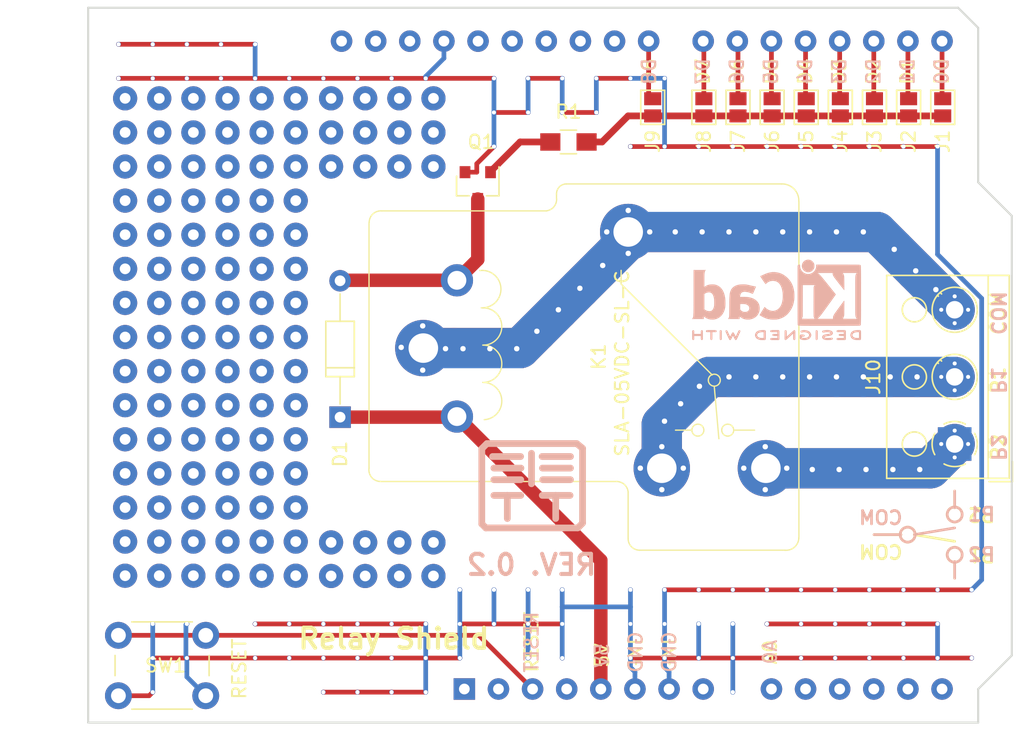
<source format=kicad_pcb>
(kicad_pcb (version 20171130) (host pcbnew "(5.1.12)-1")
  (layers (0 F.Cu signal) (31 B.Cu signal) (34 B.Paste user) (35 F.Paste user) (36 B.SilkS user) (37 F.SilkS user) (38 B.Mask user) (39 F.Mask user) (44 Edge.Cuts user))
  (net 0 "")
  (net 1 GND)
  (net 2 +5V)
  (net 3 "Net-(D1-Pad2)")
  (net 4 /D2)
  (net 5 /D3)
  (net 6 "Net-(A1-Pad3)")
  (net 7 /D4)
  (net 8 /D5)
  (net 9 /D6)
  (net 10 /D7)
  (net 11 /D8)
  (net 12 /D0)
  (net 13 /D1)
  (net 14 /RELAY_CMD)
  (net 15 /REL3)
  (net 16 /REL1)
  (net 17 /REL4)
  (net 18 "Net-(Q1-Pad1)")
  (module VIA_MATRIX (layer F.Cu) (at 169.5 116.5)
    (fp_text reference V21_18_63 hide)
    (fp_text value AUTO_VIA hide)
    (pad 1 thru_hole circle (at 0 0) (size 0.4 0.4) (drill 0.3) (layers *.Cu) (net 16 /REL1) (clearance 0.2))
  )
  (module VIA_MATRIX (layer F.Cu) (at 169.5 114.5)
    (fp_text reference V21_18_62 hide)
    (fp_text value AUTO_VIA hide)
    (pad 1 thru_hole circle (at 0 0) (size 0.4 0.4) (drill 0.3) (layers *.Cu) (net 16 /REL1) (clearance 0.2))
  )
  (module VIA_MATRIX (layer F.Cu) (at 170.5 115.5)
    (fp_text reference V21_18_61 hide)
    (fp_text value AUTO_VIA hide)
    (pad 1 thru_hole circle (at 0 0) (size 0.4 0.4) (drill 0.3) (layers *.Cu) (net 16 /REL1) (clearance 0.2))
  )
  (module VIA_MATRIX (layer F.Cu) (at 168.5 115.5)
    (fp_text reference V21_18_60 hide)
    (fp_text value AUTO_VIA hide)
    (pad 1 thru_hole circle (at 0 0) (size 0.4 0.4) (drill 0.3) (layers *.Cu) (net 16 /REL1) (clearance 0.2))
  )
  (module VIA_MATRIX (layer F.Cu) (at 168.5 120.5)
    (fp_text reference V21_18_59 hide)
    (fp_text value AUTO_VIA hide)
    (pad 1 thru_hole circle (at 0 0) (size 0.4 0.4) (drill 0.3) (layers *.Cu) (net 17 /REL4) (clearance 0.2))
  )
  (module VIA_MATRIX (layer F.Cu) (at 169.5 121.5)
    (fp_text reference V21_18_58 hide)
    (fp_text value AUTO_VIA hide)
    (pad 1 thru_hole circle (at 0 0) (size 0.4 0.4) (drill 0.3) (layers *.Cu) (net 17 /REL4) (clearance 0.2))
  )
  (module VIA_MATRIX (layer F.Cu) (at 170.5 120.5)
    (fp_text reference V21_18_57 hide)
    (fp_text value AUTO_VIA hide)
    (pad 1 thru_hole circle (at 0 0) (size 0.4 0.4) (drill 0.3) (layers *.Cu) (net 17 /REL4) (clearance 0.2))
  )
  (module VIA_MATRIX (layer F.Cu) (at 169.5 119.5)
    (fp_text reference V21_18_56 hide)
    (fp_text value AUTO_VIA hide)
    (pad 1 thru_hole circle (at 0 0) (size 0.4 0.4) (drill 0.3) (layers *.Cu) (net 17 /REL4) (clearance 0.2))
  )
  (module VIA_MATRIX (layer F.Cu) (at 170.5 125.5)
    (fp_text reference V21_18_55 hide)
    (fp_text value AUTO_VIA hide)
    (pad 1 thru_hole circle (at 0 0) (size 0.4 0.4) (drill 0.3) (layers *.Cu) (net 15 /REL3) (clearance 0.2))
  )
  (module VIA_MATRIX (layer F.Cu) (at 169.5 126.5)
    (fp_text reference V21_18_54 hide)
    (fp_text value AUTO_VIA hide)
    (pad 1 thru_hole circle (at 0 0) (size 0.4 0.4) (drill 0.3) (layers *.Cu) (net 15 /REL3) (clearance 0.2))
  )
  (module VIA_MATRIX (layer F.Cu) (at 169.5 124.5)
    (fp_text reference V21_18_53 hide)
    (fp_text value AUTO_VIA hide)
    (pad 1 thru_hole circle (at 0 0) (size 0.4 0.4) (drill 0.3) (layers *.Cu) (net 15 /REL3) (clearance 0.2))
  )
  (module VIA_MATRIX (layer F.Cu) (at 168.5 125.5)
    (fp_text reference V21_18_52 hide)
    (fp_text value AUTO_VIA hide)
    (pad 1 thru_hole circle (at 0 0) (size 0.4 0.4) (drill 0.3) (layers *.Cu) (net 15 /REL3) (clearance 0.2))
  )
  (module VIA_MATRIX (layer F.Cu) (at 168.1 114)
    (fp_text reference V21_18_51 hide)
    (fp_text value AUTO_VIA hide)
    (pad 1 thru_hole circle (at 0 0) (size 0.8 0.8) (drill 0.4) (layers *.Cu) (net 16 /REL1) (clearance 0.2))
  )
  (module VIA_MATRIX (layer F.Cu) (at 166.6 112.6)
    (fp_text reference V21_18_50 hide)
    (fp_text value AUTO_VIA hide)
    (pad 1 thru_hole circle (at 0 0) (size 0.8 0.8) (drill 0.4) (layers *.Cu) (net 16 /REL1) (clearance 0.2))
  )
  (module VIA_MATRIX (layer F.Cu) (at 165 111)
    (fp_text reference V21_18_49 hide)
    (fp_text value AUTO_VIA hide)
    (pad 1 thru_hole circle (at 0 0) (size 0.8 0.8) (drill 0.4) (layers *.Cu) (net 16 /REL1) (clearance 0.2))
  )
  (module VIA_MATRIX (layer F.Cu) (at 162.7 109.7)
    (fp_text reference V21_18_48 hide)
    (fp_text value AUTO_VIA hide)
    (pad 1 thru_hole circle (at 0 0) (size 0.8 0.8) (drill 0.4) (layers *.Cu) (net 16 /REL1) (clearance 0.2))
  )
  (module VIA_MATRIX (layer F.Cu) (at 160.7 109.7)
    (fp_text reference V21_18_47 hide)
    (fp_text value AUTO_VIA hide)
    (pad 1 thru_hole circle (at 0 0) (size 0.8 0.8) (drill 0.4) (layers *.Cu) (net 16 /REL1) (clearance 0.2))
  )
  (module VIA_MATRIX (layer F.Cu) (at 158.7 109.7)
    (fp_text reference V21_18_46 hide)
    (fp_text value AUTO_VIA hide)
    (pad 1 thru_hole circle (at 0 0) (size 0.8 0.8) (drill 0.4) (layers *.Cu) (net 16 /REL1) (clearance 0.2))
  )
  (module VIA_MATRIX (layer F.Cu) (at 156.7 109.7)
    (fp_text reference V21_18_45 hide)
    (fp_text value AUTO_VIA hide)
    (pad 1 thru_hole circle (at 0 0) (size 0.8 0.8) (drill 0.4) (layers *.Cu) (net 16 /REL1) (clearance 0.2))
  )
  (module VIA_MATRIX (layer F.Cu) (at 154.7 109.7)
    (fp_text reference V21_18_44 hide)
    (fp_text value AUTO_VIA hide)
    (pad 1 thru_hole circle (at 0 0) (size 0.8 0.8) (drill 0.4) (layers *.Cu) (net 16 /REL1) (clearance 0.2))
  )
  (module VIA_MATRIX (layer F.Cu) (at 152.7 109.7)
    (fp_text reference V21_18_43 hide)
    (fp_text value AUTO_VIA hide)
    (pad 1 thru_hole circle (at 0 0) (size 0.8 0.8) (drill 0.4) (layers *.Cu) (net 16 /REL1) (clearance 0.2))
  )
  (module VIA_MATRIX (layer F.Cu) (at 150.7 109.7)
    (fp_text reference V21_18_42 hide)
    (fp_text value AUTO_VIA hide)
    (pad 1 thru_hole circle (at 0 0) (size 0.8 0.8) (drill 0.4) (layers *.Cu) (net 16 /REL1) (clearance 0.2))
  )
  (module VIA_MATRIX (layer F.Cu) (at 148.7 109.7)
    (fp_text reference V21_18_41 hide)
    (fp_text value AUTO_VIA hide)
    (pad 1 thru_hole circle (at 0 0) (size 0.8 0.8) (drill 0.4) (layers *.Cu) (net 16 /REL1) (clearance 0.2))
  )
  (module VIA_MATRIX (layer F.Cu) (at 145.2 111.3)
    (fp_text reference V21_18_40 hide)
    (fp_text value AUTO_VIA hide)
    (pad 1 thru_hole circle (at 0 0) (size 0.8 0.8) (drill 0.4) (layers *.Cu) (net 16 /REL1) (clearance 0.2))
  )
  (module VIA_MATRIX (layer F.Cu) (at 146.8 109.7)
    (fp_text reference V21_18_39 hide)
    (fp_text value AUTO_VIA hide)
    (pad 1 thru_hole circle (at 0 0) (size 0.8 0.8) (drill 0.4) (layers *.Cu) (net 16 /REL1) (clearance 0.2))
  )
  (module VIA_MATRIX (layer F.Cu) (at 143.6 109.7)
    (fp_text reference V21_18_38 hide)
    (fp_text value AUTO_VIA hide)
    (pad 1 thru_hole circle (at 0 0) (size 0.8 0.8) (drill 0.4) (layers *.Cu) (net 16 /REL1) (clearance 0.2))
  )
  (module VIA_MATRIX (layer F.Cu) (at 145.2 108.1)
    (fp_text reference V21_18_37 hide)
    (fp_text value AUTO_VIA hide)
    (pad 1 thru_hole circle (at 0 0) (size 0.8 0.8) (drill 0.4) (layers *.Cu) (net 16 /REL1) (clearance 0.2))
  )
  (module VIA_MATRIX (layer F.Cu) (at 143.3 112.2)
    (fp_text reference V21_18_36 hide)
    (fp_text value AUTO_VIA hide)
    (pad 1 thru_hole circle (at 0 0) (size 0.8 0.8) (drill 0.4) (layers *.Cu) (net 16 /REL1) (clearance 0.2))
  )
  (module VIA_MATRIX (layer F.Cu) (at 141.6 113.9)
    (fp_text reference V21_18_35 hide)
    (fp_text value AUTO_VIA hide)
    (pad 1 thru_hole circle (at 0 0) (size 0.8 0.8) (drill 0.4) (layers *.Cu) (net 16 /REL1) (clearance 0.2))
  )
  (module VIA_MATRIX (layer F.Cu) (at 140 115.5)
    (fp_text reference V21_18_34 hide)
    (fp_text value AUTO_VIA hide)
    (pad 1 thru_hole circle (at 0 0) (size 0.8 0.8) (drill 0.4) (layers *.Cu) (net 16 /REL1) (clearance 0.2))
  )
  (module VIA_MATRIX (layer F.Cu) (at 138.4 117.1)
    (fp_text reference V21_18_33 hide)
    (fp_text value AUTO_VIA hide)
    (pad 1 thru_hole circle (at 0 0) (size 0.8 0.8) (drill 0.4) (layers *.Cu) (net 16 /REL1) (clearance 0.2))
  )
  (module VIA_MATRIX (layer F.Cu) (at 136.9 118.4)
    (fp_text reference V21_18_32 hide)
    (fp_text value AUTO_VIA hide)
    (pad 1 thru_hole circle (at 0 0) (size 0.8 0.8) (drill 0.4) (layers *.Cu) (net 16 /REL1) (clearance 0.2))
  )
  (module VIA_MATRIX (layer F.Cu) (at 134.9 118.4)
    (fp_text reference V21_18_31 hide)
    (fp_text value AUTO_VIA hide)
    (pad 1 thru_hole circle (at 0 0) (size 0.8 0.8) (drill 0.4) (layers *.Cu) (net 16 /REL1) (clearance 0.2))
  )
  (module VIA_MATRIX (layer F.Cu) (at 132.9 118.4)
    (fp_text reference V21_18_30 hide)
    (fp_text value AUTO_VIA hide)
    (pad 1 thru_hole circle (at 0 0) (size 0.8 0.8) (drill 0.4) (layers *.Cu) (net 16 /REL1) (clearance 0.2))
  )
  (module VIA_MATRIX (layer F.Cu) (at 129.9 116.7)
    (fp_text reference V21_18_29 hide)
    (fp_text value AUTO_VIA hide)
    (pad 1 thru_hole circle (at 0 0) (size 0.8 0.8) (drill 0.4) (layers *.Cu) (net 16 /REL1) (clearance 0.2))
  )
  (module VIA_MATRIX (layer F.Cu) (at 129.9 120)
    (fp_text reference V21_18_28 hide)
    (fp_text value AUTO_VIA hide)
    (pad 1 thru_hole circle (at 0 0) (size 0.8 0.8) (drill 0.4) (layers *.Cu) (net 16 /REL1) (clearance 0.2))
  )
  (module VIA_MATRIX (layer F.Cu) (at 131.6 118.4)
    (fp_text reference V21_18_27 hide)
    (fp_text value AUTO_VIA hide)
    (pad 1 thru_hole circle (at 0 0) (size 0.8 0.8) (drill 0.4) (layers *.Cu) (net 16 /REL1) (clearance 0.2))
  )
  (module VIA_MATRIX (layer F.Cu) (at 128.3 118.3)
    (fp_text reference V21_18_26 hide)
    (fp_text value AUTO_VIA hide)
    (pad 1 thru_hole circle (at 0 0) (size 0.8 0.8) (drill 0.4) (layers *.Cu) (net 16 /REL1) (clearance 0.2))
  )
  (module VIA_MATRIX (layer F.Cu) (at 147.7 128.9)
    (fp_text reference V21_18_25 hide)
    (fp_text value AUTO_VIA hide)
    (pad 1 thru_hole circle (at 0 0) (size 0.8 0.8) (drill 0.4) (layers *.Cu) (net 17 /REL4) (clearance 0.2))
  )
  (module VIA_MATRIX (layer F.Cu) (at 149.3 127.3)
    (fp_text reference V21_18_24 hide)
    (fp_text value AUTO_VIA hide)
    (pad 1 thru_hole circle (at 0 0) (size 0.8 0.8) (drill 0.4) (layers *.Cu) (net 17 /REL4) (clearance 0.2))
  )
  (module VIA_MATRIX (layer F.Cu) (at 146.1 127.3)
    (fp_text reference V21_18_23 hide)
    (fp_text value AUTO_VIA hide)
    (pad 1 thru_hole circle (at 0 0) (size 0.8 0.8) (drill 0.4) (layers *.Cu) (net 17 /REL4) (clearance 0.2))
  )
  (module VIA_MATRIX (layer F.Cu) (at 147.7 125.7)
    (fp_text reference V21_18_22 hide)
    (fp_text value AUTO_VIA hide)
    (pad 1 thru_hole circle (at 0 0) (size 0.8 0.8) (drill 0.4) (layers *.Cu) (net 17 /REL4) (clearance 0.2))
  )
  (module VIA_MATRIX (layer F.Cu) (at 157 127.3)
    (fp_text reference V21_18_21 hide)
    (fp_text value AUTO_VIA hide)
    (pad 1 thru_hole circle (at 0 0) (size 0.8 0.8) (drill 0.4) (layers *.Cu) (net 15 /REL3) (clearance 0.2))
  )
  (module VIA_MATRIX (layer F.Cu) (at 153.8 127.3)
    (fp_text reference V21_18_20 hide)
    (fp_text value AUTO_VIA hide)
    (pad 1 thru_hole circle (at 0 0) (size 0.8 0.8) (drill 0.4) (layers *.Cu) (net 15 /REL3) (clearance 0.2))
  )
  (module VIA_MATRIX (layer F.Cu) (at 155.4 128.9)
    (fp_text reference V21_18_19 hide)
    (fp_text value AUTO_VIA hide)
    (pad 1 thru_hole circle (at 0 0) (size 0.8 0.8) (drill 0.4) (layers *.Cu) (net 15 /REL3) (clearance 0.2))
  )
  (module VIA_MATRIX (layer F.Cu) (at 155.4 125.7)
    (fp_text reference V21_18_18 hide)
    (fp_text value AUTO_VIA hide)
    (pad 1 thru_hole circle (at 0 0) (size 0.8 0.8) (drill 0.4) (layers *.Cu) (net 15 /REL3) (clearance 0.2))
  )
  (module VIA_MATRIX (layer F.Cu) (at 158.9 127.4)
    (fp_text reference V21_18_17 hide)
    (fp_text value AUTO_VIA hide)
    (pad 1 thru_hole circle (at 0 0) (size 0.8 0.8) (drill 0.4) (layers *.Cu) (net 15 /REL3) (clearance 0.2))
  )
  (module VIA_MATRIX (layer F.Cu) (at 166.9 127.4)
    (fp_text reference V21_18_16 hide)
    (fp_text value AUTO_VIA hide)
    (pad 1 thru_hole circle (at 0 0) (size 0.8 0.8) (drill 0.4) (layers *.Cu) (net 15 /REL3) (clearance 0.2))
  )
  (module VIA_MATRIX (layer F.Cu) (at 160.9 127.4)
    (fp_text reference V21_18_15 hide)
    (fp_text value AUTO_VIA hide)
    (pad 1 thru_hole circle (at 0 0) (size 0.8 0.8) (drill 0.4) (layers *.Cu) (net 15 /REL3) (clearance 0.2))
  )
  (module VIA_MATRIX (layer F.Cu) (at 164.9 127.4)
    (fp_text reference V21_18_14 hide)
    (fp_text value AUTO_VIA hide)
    (pad 1 thru_hole circle (at 0 0) (size 0.8 0.8) (drill 0.4) (layers *.Cu) (net 15 /REL3) (clearance 0.2))
  )
  (module VIA_MATRIX (layer F.Cu) (at 162.9 127.4)
    (fp_text reference V21_18_13 hide)
    (fp_text value AUTO_VIA hide)
    (pad 1 thru_hole circle (at 0 0) (size 0.8 0.8) (drill 0.4) (layers *.Cu) (net 15 /REL3) (clearance 0.2))
  )
  (module VIA_MATRIX (layer F.Cu) (at 166.7 120.5)
    (fp_text reference V21_18_12 hide)
    (fp_text value AUTO_VIA hide)
    (pad 1 thru_hole circle (at 0 0) (size 0.8 0.8) (drill 0.4) (layers *.Cu) (net 17 /REL4) (clearance 0.2))
  )
  (module VIA_MATRIX (layer F.Cu) (at 164.7 120.5)
    (fp_text reference V21_18_11 hide)
    (fp_text value AUTO_VIA hide)
    (pad 1 thru_hole circle (at 0 0) (size 0.8 0.8) (drill 0.4) (layers *.Cu) (net 17 /REL4) (clearance 0.2))
  )
  (module VIA_MATRIX (layer F.Cu) (at 162.7 120.5)
    (fp_text reference V21_18_10 hide)
    (fp_text value AUTO_VIA hide)
    (pad 1 thru_hole circle (at 0 0) (size 0.8 0.8) (drill 0.4) (layers *.Cu) (net 17 /REL4) (clearance 0.2))
  )
  (module VIA_MATRIX (layer F.Cu) (at 160.7 120.5)
    (fp_text reference V21_18_9 hide)
    (fp_text value AUTO_VIA hide)
    (pad 1 thru_hole circle (at 0 0) (size 0.8 0.8) (drill 0.4) (layers *.Cu) (net 17 /REL4) (clearance 0.2))
  )
  (module VIA_MATRIX (layer F.Cu) (at 158.7 120.5)
    (fp_text reference V21_18_8 hide)
    (fp_text value AUTO_VIA hide)
    (pad 1 thru_hole circle (at 0 0) (size 0.8 0.8) (drill 0.4) (layers *.Cu) (net 17 /REL4) (clearance 0.2))
  )
  (module VIA_MATRIX (layer F.Cu) (at 156.7 120.5)
    (fp_text reference V21_18_7 hide)
    (fp_text value AUTO_VIA hide)
    (pad 1 thru_hole circle (at 0 0) (size 0.8 0.8) (drill 0.4) (layers *.Cu) (net 17 /REL4) (clearance 0.2))
  )
  (module VIA_MATRIX (layer F.Cu) (at 154.7 120.5)
    (fp_text reference V21_18_6 hide)
    (fp_text value AUTO_VIA hide)
    (pad 1 thru_hole circle (at 0 0) (size 0.8 0.8) (drill 0.4) (layers *.Cu) (net 17 /REL4) (clearance 0.2))
  )
  (module VIA_MATRIX (layer F.Cu) (at 152.7 120.5)
    (fp_text reference V21_18_5 hide)
    (fp_text value AUTO_VIA hide)
    (pad 1 thru_hole circle (at 0 0) (size 0.8 0.8) (drill 0.4) (layers *.Cu) (net 17 /REL4) (clearance 0.2))
  )
  (module VIA_MATRIX (layer F.Cu) (at 150.5 121.2)
    (fp_text reference V21_18_4 hide)
    (fp_text value AUTO_VIA hide)
    (pad 1 thru_hole circle (at 0 0) (size 0.8 0.8) (drill 0.4) (layers *.Cu) (net 17 /REL4) (clearance 0.2))
  )
  (module VIA_MATRIX (layer F.Cu) (at 149.1 122.5)
    (fp_text reference V21_18_3 hide)
    (fp_text value AUTO_VIA hide)
    (pad 1 thru_hole circle (at 0 0) (size 0.8 0.8) (drill 0.4) (layers *.Cu) (net 17 /REL4) (clearance 0.2))
  )
  (module VIA_MATRIX (layer F.Cu) (at 147.9 123.8)
    (fp_text reference V21_18_2 hide)
    (fp_text value AUTO_VIA hide)
    (pad 1 thru_hole circle (at 0 0) (size 0.8 0.8) (drill 0.4) (layers *.Cu) (net 17 /REL4) (clearance 0.2))
  )
  (module VIA_MATRIX (layer F.Cu) (at 107.265 95.7225)
    (fp_text reference V5_2 hide)
    (fp_text value AUTO_VIA hide)
    (pad 1 thru_hole circle (at 0 0) (size 0.35 0.35) (drill 0.3) (layers *.Cu) (net 1 GND) (clearance 0.2))
  )
  (module VIA_MATRIX (layer F.Cu) (at 109.805 95.7225)
    (fp_text reference V6_2 hide)
    (fp_text value AUTO_VIA hide)
    (pad 1 thru_hole circle (at 0 0) (size 0.35 0.35) (drill 0.3) (layers *.Cu) (net 1 GND) (clearance 0.2))
  )
  (module VIA_MATRIX (layer F.Cu) (at 112.345 95.7225)
    (fp_text reference V7_2 hide)
    (fp_text value AUTO_VIA hide)
    (pad 1 thru_hole circle (at 0 0) (size 0.35 0.35) (drill 0.3) (layers *.Cu) (net 1 GND) (clearance 0.2))
  )
  (module VIA_MATRIX (layer F.Cu) (at 114.885 95.7225)
    (fp_text reference V8_2 hide)
    (fp_text value AUTO_VIA hide)
    (pad 1 thru_hole circle (at 0 0) (size 0.35 0.35) (drill 0.3) (layers *.Cu) (net 1 GND) (clearance 0.2))
  )
  (module VIA_MATRIX (layer F.Cu) (at 117.425 95.7225)
    (fp_text reference V9_2 hide)
    (fp_text value AUTO_VIA hide)
    (pad 1 thru_hole circle (at 0 0) (size 0.35 0.35) (drill 0.3) (layers *.Cu) (net 1 GND) (clearance 0.2))
  )
  (module VIA_MATRIX (layer F.Cu) (at 107.265 98.2625)
    (fp_text reference V5_3 hide)
    (fp_text value AUTO_VIA hide)
    (pad 1 thru_hole circle (at 0 0) (size 0.35 0.35) (drill 0.3) (layers *.Cu) (net 1 GND) (clearance 0.2))
  )
  (module VIA_MATRIX (layer F.Cu) (at 109.805 98.2625)
    (fp_text reference V6_3 hide)
    (fp_text value AUTO_VIA hide)
    (pad 1 thru_hole circle (at 0 0) (size 0.35 0.35) (drill 0.3) (layers *.Cu) (net 1 GND) (clearance 0.2))
  )
  (module VIA_MATRIX (layer F.Cu) (at 112.345 98.2625)
    (fp_text reference V7_3 hide)
    (fp_text value AUTO_VIA hide)
    (pad 1 thru_hole circle (at 0 0) (size 0.35 0.35) (drill 0.3) (layers *.Cu) (net 1 GND) (clearance 0.2))
  )
  (module VIA_MATRIX (layer F.Cu) (at 114.885 98.2625)
    (fp_text reference V8_3 hide)
    (fp_text value AUTO_VIA hide)
    (pad 1 thru_hole circle (at 0 0) (size 0.35 0.35) (drill 0.3) (layers *.Cu) (net 1 GND) (clearance 0.2))
  )
  (module VIA_MATRIX (layer F.Cu) (at 117.425 98.2625)
    (fp_text reference V9_3 hide)
    (fp_text value AUTO_VIA hide)
    (pad 1 thru_hole circle (at 0 0) (size 0.35 0.35) (drill 0.3) (layers *.Cu) (net 1 GND) (clearance 0.2))
  )
  (module VIA_MATRIX (layer F.Cu) (at 119.965 98.2625)
    (fp_text reference V10_3 hide)
    (fp_text value AUTO_VIA hide)
    (pad 1 thru_hole circle (at 0 0) (size 0.35 0.35) (drill 0.3) (layers *.Cu) (net 1 GND) (clearance 0.2))
  )
  (module VIA_MATRIX (layer F.Cu) (at 122.505 98.2625)
    (fp_text reference V11_3 hide)
    (fp_text value AUTO_VIA hide)
    (pad 1 thru_hole circle (at 0 0) (size 0.35 0.35) (drill 0.3) (layers *.Cu) (net 1 GND) (clearance 0.2))
  )
  (module VIA_MATRIX (layer F.Cu) (at 125.045 98.2625)
    (fp_text reference V12_3 hide)
    (fp_text value AUTO_VIA hide)
    (pad 1 thru_hole circle (at 0 0) (size 0.35 0.35) (drill 0.3) (layers *.Cu) (net 1 GND) (clearance 0.2))
  )
  (module VIA_MATRIX (layer F.Cu) (at 127.585 98.2625)
    (fp_text reference V13_3 hide)
    (fp_text value AUTO_VIA hide)
    (pad 1 thru_hole circle (at 0 0) (size 0.35 0.35) (drill 0.3) (layers *.Cu) (net 1 GND) (clearance 0.2))
  )
  (module VIA_MATRIX (layer F.Cu) (at 130.125 98.2625)
    (fp_text reference V14_3 hide)
    (fp_text value AUTO_VIA hide)
    (pad 1 thru_hole circle (at 0 0) (size 0.35 0.35) (drill 0.3) (layers *.Cu) (net 1 GND) (clearance 0.2))
  )
  (module VIA_MATRIX (layer F.Cu) (at 135.205 98.2625)
    (fp_text reference V16_3 hide)
    (fp_text value AUTO_VIA hide)
    (pad 1 thru_hole circle (at 0 0) (size 0.35 0.35) (drill 0.3) (layers *.Cu) (net 1 GND) (clearance 0.2))
  )
  (module VIA_MATRIX (layer F.Cu) (at 137.745 98.2625)
    (fp_text reference V17_3 hide)
    (fp_text value AUTO_VIA hide)
    (pad 1 thru_hole circle (at 0 0) (size 0.35 0.35) (drill 0.3) (layers *.Cu) (net 1 GND) (clearance 0.2))
  )
  (module VIA_MATRIX (layer F.Cu) (at 140.285 98.2625)
    (fp_text reference V18_3 hide)
    (fp_text value AUTO_VIA hide)
    (pad 1 thru_hole circle (at 0 0) (size 0.35 0.35) (drill 0.3) (layers *.Cu) (net 1 GND) (clearance 0.2))
  )
  (module VIA_MATRIX (layer F.Cu) (at 142.825 98.2625)
    (fp_text reference V19_3 hide)
    (fp_text value AUTO_VIA hide)
    (pad 1 thru_hole circle (at 0 0) (size 0.35 0.35) (drill 0.3) (layers *.Cu) (net 1 GND) (clearance 0.2))
  )
  (module VIA_MATRIX (layer F.Cu) (at 145.365 98.2625)
    (fp_text reference V20_3 hide)
    (fp_text value AUTO_VIA hide)
    (pad 1 thru_hole circle (at 0 0) (size 0.35 0.35) (drill 0.3) (layers *.Cu) (net 1 GND) (clearance 0.2))
  )
  (module VIA_MATRIX (layer F.Cu) (at 147.905 98.2625)
    (fp_text reference V21_3 hide)
    (fp_text value AUTO_VIA hide)
    (pad 1 thru_hole circle (at 0 0) (size 0.35 0.35) (drill 0.3) (layers *.Cu) (net 1 GND) (clearance 0.2))
  )
  (module VIA_MATRIX (layer F.Cu) (at 135.205 100.802)
    (fp_text reference V16_4 hide)
    (fp_text value AUTO_VIA hide)
    (pad 1 thru_hole circle (at 0 0) (size 0.35 0.35) (drill 0.3) (layers *.Cu) (net 1 GND) (clearance 0.2))
  )
  (module VIA_MATRIX (layer F.Cu) (at 137.745 100.802)
    (fp_text reference V17_4 hide)
    (fp_text value AUTO_VIA hide)
    (pad 1 thru_hole circle (at 0 0) (size 0.35 0.35) (drill 0.3) (layers *.Cu) (net 1 GND) (clearance 0.2))
  )
  (module VIA_MATRIX (layer F.Cu) (at 140.285 100.802)
    (fp_text reference V18_4 hide)
    (fp_text value AUTO_VIA hide)
    (pad 1 thru_hole circle (at 0 0) (size 0.35 0.35) (drill 0.3) (layers *.Cu) (net 1 GND) (clearance 0.2))
  )
  (module VIA_MATRIX (layer F.Cu) (at 142.825 100.802)
    (fp_text reference V19_4 hide)
    (fp_text value AUTO_VIA hide)
    (pad 1 thru_hole circle (at 0 0) (size 0.35 0.35) (drill 0.3) (layers *.Cu) (net 1 GND) (clearance 0.2))
  )
  (module VIA_MATRIX (layer F.Cu) (at 135.205 103.342)
    (fp_text reference V16_5 hide)
    (fp_text value AUTO_VIA hide)
    (pad 1 thru_hole circle (at 0 0) (size 0.35 0.35) (drill 0.3) (layers *.Cu) (net 1 GND) (clearance 0.2))
  )
  (module VIA_MATRIX (layer F.Cu) (at 145.365 103.342)
    (fp_text reference V20_5 hide)
    (fp_text value AUTO_VIA hide)
    (pad 1 thru_hole circle (at 0 0) (size 0.35 0.35) (drill 0.3) (layers *.Cu) (net 1 GND) (clearance 0.2))
  )
  (module VIA_MATRIX (layer F.Cu) (at 147.905 103.342)
    (fp_text reference V21_5 hide)
    (fp_text value AUTO_VIA hide)
    (pad 1 thru_hole circle (at 0 0) (size 0.35 0.35) (drill 0.3) (layers *.Cu) (net 1 GND) (clearance 0.2))
  )
  (module VIA_MATRIX (layer F.Cu) (at 150.445 103.342)
    (fp_text reference V22_5 hide)
    (fp_text value AUTO_VIA hide)
    (pad 1 thru_hole circle (at 0 0) (size 0.35 0.35) (drill 0.3) (layers *.Cu) (net 1 GND) (clearance 0.2))
  )
  (module VIA_MATRIX (layer F.Cu) (at 152.985 103.342)
    (fp_text reference V23_5 hide)
    (fp_text value AUTO_VIA hide)
    (pad 1 thru_hole circle (at 0 0) (size 0.35 0.35) (drill 0.3) (layers *.Cu) (net 1 GND) (clearance 0.2))
  )
  (module VIA_MATRIX (layer F.Cu) (at 155.525 103.342)
    (fp_text reference V24_5 hide)
    (fp_text value AUTO_VIA hide)
    (pad 1 thru_hole circle (at 0 0) (size 0.35 0.35) (drill 0.3) (layers *.Cu) (net 1 GND) (clearance 0.2))
  )
  (module VIA_MATRIX (layer F.Cu) (at 158.065 103.342)
    (fp_text reference V25_5 hide)
    (fp_text value AUTO_VIA hide)
    (pad 1 thru_hole circle (at 0 0) (size 0.35 0.35) (drill 0.3) (layers *.Cu) (net 1 GND) (clearance 0.2))
  )
  (module VIA_MATRIX (layer F.Cu) (at 160.605 103.342)
    (fp_text reference V26_5 hide)
    (fp_text value AUTO_VIA hide)
    (pad 1 thru_hole circle (at 0 0) (size 0.35 0.35) (drill 0.3) (layers *.Cu) (net 1 GND) (clearance 0.2))
  )
  (module VIA_MATRIX (layer F.Cu) (at 163.145 103.342)
    (fp_text reference V27_5 hide)
    (fp_text value AUTO_VIA hide)
    (pad 1 thru_hole circle (at 0 0) (size 0.35 0.35) (drill 0.3) (layers *.Cu) (net 1 GND) (clearance 0.2))
  )
  (module VIA_MATRIX (layer F.Cu) (at 165.685 103.342)
    (fp_text reference V28_5 hide)
    (fp_text value AUTO_VIA hide)
    (pad 1 thru_hole circle (at 0 0) (size 0.35 0.35) (drill 0.3) (layers *.Cu) (net 1 GND) (clearance 0.2))
  )
  (module VIA_MATRIX (layer F.Cu) (at 168.225 103.342)
    (fp_text reference V29_5 hide)
    (fp_text value AUTO_VIA hide)
    (pad 1 thru_hole circle (at 0 0) (size 0.35 0.35) (drill 0.3) (layers *.Cu) (net 1 GND) (clearance 0.2))
  )
  (module VIA_MATRIX (layer F.Cu) (at 132.665 136.362)
    (fp_text reference V15_18 hide)
    (fp_text value AUTO_VIA hide)
    (pad 1 thru_hole circle (at 0 0) (size 0.35 0.35) (drill 0.3) (layers *.Cu) (net 1 GND) (clearance 0.2))
  )
  (module VIA_MATRIX (layer F.Cu) (at 135.205 136.362)
    (fp_text reference V16_18 hide)
    (fp_text value AUTO_VIA hide)
    (pad 1 thru_hole circle (at 0 0) (size 0.35 0.35) (drill 0.3) (layers *.Cu) (net 1 GND) (clearance 0.2))
  )
  (module VIA_MATRIX (layer F.Cu) (at 137.745 136.362)
    (fp_text reference V17_18 hide)
    (fp_text value AUTO_VIA hide)
    (pad 1 thru_hole circle (at 0 0) (size 0.35 0.35) (drill 0.3) (layers *.Cu) (net 1 GND) (clearance 0.2))
  )
  (module VIA_MATRIX (layer F.Cu) (at 140.285 136.362)
    (fp_text reference V18_18 hide)
    (fp_text value AUTO_VIA hide)
    (pad 1 thru_hole circle (at 0 0) (size 0.35 0.35) (drill 0.3) (layers *.Cu) (net 1 GND) (clearance 0.2))
  )
  (module VIA_MATRIX (layer F.Cu) (at 145.365 136.362)
    (fp_text reference V20_18 hide)
    (fp_text value AUTO_VIA hide)
    (pad 1 thru_hole circle (at 0 0) (size 0.35 0.35) (drill 0.3) (layers *.Cu) (net 1 GND) (clearance 0.2))
  )
  (module VIA_MATRIX (layer F.Cu) (at 147.905 136.362)
    (fp_text reference V21_18 hide)
    (fp_text value AUTO_VIA hide)
    (pad 1 thru_hole circle (at 0 0) (size 0.35 0.35) (drill 0.3) (layers *.Cu) (net 1 GND) (clearance 0.2))
  )
  (module VIA_MATRIX (layer F.Cu) (at 150.445 136.362)
    (fp_text reference V22_18 hide)
    (fp_text value AUTO_VIA hide)
    (pad 1 thru_hole circle (at 0 0) (size 0.35 0.35) (drill 0.3) (layers *.Cu) (net 1 GND) (clearance 0.2))
  )
  (module VIA_MATRIX (layer F.Cu) (at 152.985 136.362)
    (fp_text reference V23_18 hide)
    (fp_text value AUTO_VIA hide)
    (pad 1 thru_hole circle (at 0 0) (size 0.35 0.35) (drill 0.3) (layers *.Cu) (net 1 GND) (clearance 0.2))
  )
  (module VIA_MATRIX (layer F.Cu) (at 155.525 136.362)
    (fp_text reference V24_18 hide)
    (fp_text value AUTO_VIA hide)
    (pad 1 thru_hole circle (at 0 0) (size 0.35 0.35) (drill 0.3) (layers *.Cu) (net 1 GND) (clearance 0.2))
  )
  (module VIA_MATRIX (layer F.Cu) (at 158.065 136.362)
    (fp_text reference V25_18 hide)
    (fp_text value AUTO_VIA hide)
    (pad 1 thru_hole circle (at 0 0) (size 0.35 0.35) (drill 0.3) (layers *.Cu) (net 1 GND) (clearance 0.2))
  )
  (module VIA_MATRIX (layer F.Cu) (at 160.605 136.362)
    (fp_text reference V26_18 hide)
    (fp_text value AUTO_VIA hide)
    (pad 1 thru_hole circle (at 0 0) (size 0.35 0.35) (drill 0.3) (layers *.Cu) (net 1 GND) (clearance 0.2))
  )
  (module VIA_MATRIX (layer F.Cu) (at 163.145 136.362)
    (fp_text reference V27_18 hide)
    (fp_text value AUTO_VIA hide)
    (pad 1 thru_hole circle (at 0 0) (size 0.35 0.35) (drill 0.3) (layers *.Cu) (net 1 GND) (clearance 0.2))
  )
  (module VIA_MATRIX (layer F.Cu) (at 165.685 136.362)
    (fp_text reference V28_18 hide)
    (fp_text value AUTO_VIA hide)
    (pad 1 thru_hole circle (at 0 0) (size 0.35 0.35) (drill 0.3) (layers *.Cu) (net 1 GND) (clearance 0.2))
  )
  (module VIA_MATRIX (layer F.Cu) (at 168.225 136.362)
    (fp_text reference V29_18 hide)
    (fp_text value AUTO_VIA hide)
    (pad 1 thru_hole circle (at 0 0) (size 0.35 0.35) (drill 0.3) (layers *.Cu) (net 1 GND) (clearance 0.2))
  )
  (module VIA_MATRIX (layer F.Cu) (at 170.765 136.362)
    (fp_text reference V30_18 hide)
    (fp_text value AUTO_VIA hide)
    (pad 1 thru_hole circle (at 0 0) (size 0.35 0.35) (drill 0.3) (layers *.Cu) (net 1 GND) (clearance 0.2))
  )
  (module VIA_MATRIX (layer F.Cu) (at 109.805 138.902)
    (fp_text reference V6_19 hide)
    (fp_text value AUTO_VIA hide)
    (pad 1 thru_hole circle (at 0 0) (size 0.35 0.35) (drill 0.3) (layers *.Cu) (net 1 GND) (clearance 0.2))
  )
  (module VIA_MATRIX (layer F.Cu) (at 112.345 138.902)
    (fp_text reference V7_19 hide)
    (fp_text value AUTO_VIA hide)
    (pad 1 thru_hole circle (at 0 0) (size 0.35 0.35) (drill 0.3) (layers *.Cu) (net 1 GND) (clearance 0.2))
  )
  (module VIA_MATRIX (layer F.Cu) (at 117.425 138.902)
    (fp_text reference V9_19 hide)
    (fp_text value AUTO_VIA hide)
    (pad 1 thru_hole circle (at 0 0) (size 0.35 0.35) (drill 0.3) (layers *.Cu) (net 1 GND) (clearance 0.2))
  )
  (module VIA_MATRIX (layer F.Cu) (at 119.965 138.902)
    (fp_text reference V10_19 hide)
    (fp_text value AUTO_VIA hide)
    (pad 1 thru_hole circle (at 0 0) (size 0.35 0.35) (drill 0.3) (layers *.Cu) (net 1 GND) (clearance 0.2))
  )
  (module VIA_MATRIX (layer F.Cu) (at 122.505 138.902)
    (fp_text reference V11_19 hide)
    (fp_text value AUTO_VIA hide)
    (pad 1 thru_hole circle (at 0 0) (size 0.35 0.35) (drill 0.3) (layers *.Cu) (net 1 GND) (clearance 0.2))
  )
  (module VIA_MATRIX (layer F.Cu) (at 125.045 138.902)
    (fp_text reference V12_19 hide)
    (fp_text value AUTO_VIA hide)
    (pad 1 thru_hole circle (at 0 0) (size 0.35 0.35) (drill 0.3) (layers *.Cu) (net 1 GND) (clearance 0.2))
  )
  (module VIA_MATRIX (layer F.Cu) (at 127.585 138.902)
    (fp_text reference V13_19 hide)
    (fp_text value AUTO_VIA hide)
    (pad 1 thru_hole circle (at 0 0) (size 0.35 0.35) (drill 0.3) (layers *.Cu) (net 1 GND) (clearance 0.2))
  )
  (module VIA_MATRIX (layer F.Cu) (at 130.125 138.902)
    (fp_text reference V14_19 hide)
    (fp_text value AUTO_VIA hide)
    (pad 1 thru_hole circle (at 0 0) (size 0.35 0.35) (drill 0.3) (layers *.Cu) (net 1 GND) (clearance 0.2))
  )
  (module VIA_MATRIX (layer F.Cu) (at 132.665 138.902)
    (fp_text reference V15_19 hide)
    (fp_text value AUTO_VIA hide)
    (pad 1 thru_hole circle (at 0 0) (size 0.35 0.35) (drill 0.3) (layers *.Cu) (net 1 GND) (clearance 0.2))
  )
  (module VIA_MATRIX (layer F.Cu) (at 135.205 138.902)
    (fp_text reference V16_19 hide)
    (fp_text value AUTO_VIA hide)
    (pad 1 thru_hole circle (at 0 0) (size 0.35 0.35) (drill 0.3) (layers *.Cu) (net 1 GND) (clearance 0.2))
  )
  (module VIA_MATRIX (layer F.Cu) (at 137.745 138.902)
    (fp_text reference V17_19 hide)
    (fp_text value AUTO_VIA hide)
    (pad 1 thru_hole circle (at 0 0) (size 0.35 0.35) (drill 0.3) (layers *.Cu) (net 1 GND) (clearance 0.2))
  )
  (module VIA_MATRIX (layer F.Cu) (at 140.285 138.902)
    (fp_text reference V18_19 hide)
    (fp_text value AUTO_VIA hide)
    (pad 1 thru_hole circle (at 0 0) (size 0.35 0.35) (drill 0.3) (layers *.Cu) (net 1 GND) (clearance 0.2))
  )
  (module VIA_MATRIX (layer F.Cu) (at 145.365 138.902)
    (fp_text reference V20_19 hide)
    (fp_text value AUTO_VIA hide)
    (pad 1 thru_hole circle (at 0 0) (size 0.35 0.35) (drill 0.3) (layers *.Cu) (net 1 GND) (clearance 0.2))
  )
  (module VIA_MATRIX (layer F.Cu) (at 147.905 138.902)
    (fp_text reference V21_19 hide)
    (fp_text value AUTO_VIA hide)
    (pad 1 thru_hole circle (at 0 0) (size 0.35 0.35) (drill 0.3) (layers *.Cu) (net 1 GND) (clearance 0.2))
  )
  (module VIA_MATRIX (layer F.Cu) (at 150.445 138.902)
    (fp_text reference V22_19 hide)
    (fp_text value AUTO_VIA hide)
    (pad 1 thru_hole circle (at 0 0) (size 0.35 0.35) (drill 0.3) (layers *.Cu) (net 1 GND) (clearance 0.2))
  )
  (module VIA_MATRIX (layer F.Cu) (at 152.985 138.902)
    (fp_text reference V23_19 hide)
    (fp_text value AUTO_VIA hide)
    (pad 1 thru_hole circle (at 0 0) (size 0.35 0.35) (drill 0.3) (layers *.Cu) (net 1 GND) (clearance 0.2))
  )
  (module VIA_MATRIX (layer F.Cu) (at 155.525 138.902)
    (fp_text reference V24_19 hide)
    (fp_text value AUTO_VIA hide)
    (pad 1 thru_hole circle (at 0 0) (size 0.35 0.35) (drill 0.3) (layers *.Cu) (net 1 GND) (clearance 0.2))
  )
  (module VIA_MATRIX (layer F.Cu) (at 158.065 138.902)
    (fp_text reference V25_19 hide)
    (fp_text value AUTO_VIA hide)
    (pad 1 thru_hole circle (at 0 0) (size 0.35 0.35) (drill 0.3) (layers *.Cu) (net 1 GND) (clearance 0.2))
  )
  (module VIA_MATRIX (layer F.Cu) (at 160.605 138.902)
    (fp_text reference V26_19 hide)
    (fp_text value AUTO_VIA hide)
    (pad 1 thru_hole circle (at 0 0) (size 0.35 0.35) (drill 0.3) (layers *.Cu) (net 1 GND) (clearance 0.2))
  )
  (module VIA_MATRIX (layer F.Cu) (at 163.145 138.902)
    (fp_text reference V27_19 hide)
    (fp_text value AUTO_VIA hide)
    (pad 1 thru_hole circle (at 0 0) (size 0.35 0.35) (drill 0.3) (layers *.Cu) (net 1 GND) (clearance 0.2))
  )
  (module VIA_MATRIX (layer F.Cu) (at 165.685 138.902)
    (fp_text reference V28_19 hide)
    (fp_text value AUTO_VIA hide)
    (pad 1 thru_hole circle (at 0 0) (size 0.35 0.35) (drill 0.3) (layers *.Cu) (net 1 GND) (clearance 0.2))
  )
  (module VIA_MATRIX (layer F.Cu) (at 168.225 138.902)
    (fp_text reference V29_19 hide)
    (fp_text value AUTO_VIA hide)
    (pad 1 thru_hole circle (at 0 0) (size 0.35 0.35) (drill 0.3) (layers *.Cu) (net 1 GND) (clearance 0.2))
  )
  (module VIA_MATRIX (layer F.Cu) (at 109.805 141.442)
    (fp_text reference V6_20 hide)
    (fp_text value AUTO_VIA hide)
    (pad 1 thru_hole circle (at 0 0) (size 0.35 0.35) (drill 0.3) (layers *.Cu) (net 1 GND) (clearance 0.2))
  )
  (module VIA_MATRIX (layer F.Cu) (at 112.345 141.442)
    (fp_text reference V7_20 hide)
    (fp_text value AUTO_VIA hide)
    (pad 1 thru_hole circle (at 0 0) (size 0.35 0.35) (drill 0.3) (layers *.Cu) (net 1 GND) (clearance 0.2))
  )
  (module VIA_MATRIX (layer F.Cu) (at 117.425 141.442)
    (fp_text reference V9_20 hide)
    (fp_text value AUTO_VIA hide)
    (pad 1 thru_hole circle (at 0 0) (size 0.35 0.35) (drill 0.3) (layers *.Cu) (net 1 GND) (clearance 0.2))
  )
  (module VIA_MATRIX (layer F.Cu) (at 119.965 141.442)
    (fp_text reference V10_20 hide)
    (fp_text value AUTO_VIA hide)
    (pad 1 thru_hole circle (at 0 0) (size 0.35 0.35) (drill 0.3) (layers *.Cu) (net 1 GND) (clearance 0.2))
  )
  (module VIA_MATRIX (layer F.Cu) (at 122.505 141.442)
    (fp_text reference V11_20 hide)
    (fp_text value AUTO_VIA hide)
    (pad 1 thru_hole circle (at 0 0) (size 0.35 0.35) (drill 0.3) (layers *.Cu) (net 1 GND) (clearance 0.2))
  )
  (module VIA_MATRIX (layer F.Cu) (at 125.045 141.442)
    (fp_text reference V12_20 hide)
    (fp_text value AUTO_VIA hide)
    (pad 1 thru_hole circle (at 0 0) (size 0.35 0.35) (drill 0.3) (layers *.Cu) (net 1 GND) (clearance 0.2))
  )
  (module VIA_MATRIX (layer F.Cu) (at 127.585 141.442)
    (fp_text reference V13_20 hide)
    (fp_text value AUTO_VIA hide)
    (pad 1 thru_hole circle (at 0 0) (size 0.35 0.35) (drill 0.3) (layers *.Cu) (net 1 GND) (clearance 0.2))
  )
  (module VIA_MATRIX (layer F.Cu) (at 130.125 141.442)
    (fp_text reference V14_20 hide)
    (fp_text value AUTO_VIA hide)
    (pad 1 thru_hole circle (at 0 0) (size 0.35 0.35) (drill 0.3) (layers *.Cu) (net 1 GND) (clearance 0.2))
  )
  (module VIA_MATRIX (layer F.Cu) (at 132.665 141.442)
    (fp_text reference V15_20 hide)
    (fp_text value AUTO_VIA hide)
    (pad 1 thru_hole circle (at 0 0) (size 0.35 0.35) (drill 0.3) (layers *.Cu) (net 1 GND) (clearance 0.2))
  )
  (module VIA_MATRIX (layer F.Cu) (at 137.745 141.442)
    (fp_text reference V17_20 hide)
    (fp_text value AUTO_VIA hide)
    (pad 1 thru_hole circle (at 0 0) (size 0.35 0.35) (drill 0.3) (layers *.Cu) (net 1 GND) (clearance 0.2))
  )
  (module VIA_MATRIX (layer F.Cu) (at 140.285 141.442)
    (fp_text reference V18_20 hide)
    (fp_text value AUTO_VIA hide)
    (pad 1 thru_hole circle (at 0 0) (size 0.35 0.35) (drill 0.3) (layers *.Cu) (net 1 GND) (clearance 0.2))
  )
  (module VIA_MATRIX (layer F.Cu) (at 145.365 141.442)
    (fp_text reference V20_20 hide)
    (fp_text value AUTO_VIA hide)
    (pad 1 thru_hole circle (at 0 0) (size 0.35 0.35) (drill 0.3) (layers *.Cu) (net 1 GND) (clearance 0.2))
  )
  (module VIA_MATRIX (layer F.Cu) (at 147.905 141.442)
    (fp_text reference V21_20 hide)
    (fp_text value AUTO_VIA hide)
    (pad 1 thru_hole circle (at 0 0) (size 0.35 0.35) (drill 0.3) (layers *.Cu) (net 1 GND) (clearance 0.2))
  )
  (module VIA_MATRIX (layer F.Cu) (at 150.445 141.442)
    (fp_text reference V22_20 hide)
    (fp_text value AUTO_VIA hide)
    (pad 1 thru_hole circle (at 0 0) (size 0.35 0.35) (drill 0.3) (layers *.Cu) (net 1 GND) (clearance 0.2))
  )
  (module VIA_MATRIX (layer F.Cu) (at 152.985 141.442)
    (fp_text reference V23_20 hide)
    (fp_text value AUTO_VIA hide)
    (pad 1 thru_hole circle (at 0 0) (size 0.35 0.35) (drill 0.3) (layers *.Cu) (net 1 GND) (clearance 0.2))
  )
  (module VIA_MATRIX (layer F.Cu) (at 155.525 141.442)
    (fp_text reference V24_20 hide)
    (fp_text value AUTO_VIA hide)
    (pad 1 thru_hole circle (at 0 0) (size 0.35 0.35) (drill 0.3) (layers *.Cu) (net 1 GND) (clearance 0.2))
  )
  (module VIA_MATRIX (layer F.Cu) (at 158.065 141.442)
    (fp_text reference V25_20 hide)
    (fp_text value AUTO_VIA hide)
    (pad 1 thru_hole circle (at 0 0) (size 0.35 0.35) (drill 0.3) (layers *.Cu) (net 1 GND) (clearance 0.2))
  )
  (module VIA_MATRIX (layer F.Cu) (at 160.605 141.442)
    (fp_text reference V26_20 hide)
    (fp_text value AUTO_VIA hide)
    (pad 1 thru_hole circle (at 0 0) (size 0.35 0.35) (drill 0.3) (layers *.Cu) (net 1 GND) (clearance 0.2))
  )
  (module VIA_MATRIX (layer F.Cu) (at 163.145 141.442)
    (fp_text reference V27_20 hide)
    (fp_text value AUTO_VIA hide)
    (pad 1 thru_hole circle (at 0 0) (size 0.35 0.35) (drill 0.3) (layers *.Cu) (net 1 GND) (clearance 0.2))
  )
  (module VIA_MATRIX (layer F.Cu) (at 165.685 141.442)
    (fp_text reference V28_20 hide)
    (fp_text value AUTO_VIA hide)
    (pad 1 thru_hole circle (at 0 0) (size 0.35 0.35) (drill 0.3) (layers *.Cu) (net 1 GND) (clearance 0.2))
  )
  (module VIA_MATRIX (layer F.Cu) (at 168.225 141.442)
    (fp_text reference V29_20 hide)
    (fp_text value AUTO_VIA hide)
    (pad 1 thru_hole circle (at 0 0) (size 0.35 0.35) (drill 0.3) (layers *.Cu) (net 1 GND) (clearance 0.2))
  )
  (module VIA_MATRIX (layer F.Cu) (at 170.765 141.442)
    (fp_text reference V30_20 hide)
    (fp_text value AUTO_VIA hide)
    (pad 1 thru_hole circle (at 0 0) (size 0.35 0.35) (drill 0.3) (layers *.Cu) (net 1 GND) (clearance 0.2))
  )
  (module VIA_MATRIX (layer F.Cu) (at 109.805 143.982)
    (fp_text reference V6_21 hide)
    (fp_text value AUTO_VIA hide)
    (pad 1 thru_hole circle (at 0 0) (size 0.35 0.35) (drill 0.3) (layers *.Cu) (net 1 GND) (clearance 0.2))
  )
  (module VIA_MATRIX (layer F.Cu) (at 122.505 143.982)
    (fp_text reference V11_21 hide)
    (fp_text value AUTO_VIA hide)
    (pad 1 thru_hole circle (at 0 0) (size 0.35 0.35) (drill 0.3) (layers *.Cu) (net 1 GND) (clearance 0.2))
  )
  (module VIA_MATRIX (layer F.Cu) (at 125.045 143.982)
    (fp_text reference V12_21 hide)
    (fp_text value AUTO_VIA hide)
    (pad 1 thru_hole circle (at 0 0) (size 0.35 0.35) (drill 0.3) (layers *.Cu) (net 1 GND) (clearance 0.2))
  )
  (module VIA_MATRIX (layer F.Cu) (at 127.585 143.982)
    (fp_text reference V13_21 hide)
    (fp_text value AUTO_VIA hide)
    (pad 1 thru_hole circle (at 0 0) (size 0.35 0.35) (drill 0.3) (layers *.Cu) (net 1 GND) (clearance 0.2))
  )
  (module VIA_MATRIX (layer F.Cu) (at 130.125 143.982)
    (fp_text reference V14_21 hide)
    (fp_text value AUTO_VIA hide)
    (pad 1 thru_hole circle (at 0 0) (size 0.35 0.35) (drill 0.3) (layers *.Cu) (net 1 GND) (clearance 0.2))
  )
  (module VIA_MATRIX (layer F.Cu) (at 152.985 143.982)
    (fp_text reference V23_21 hide)
    (fp_text value AUTO_VIA hide)
    (pad 1 thru_hole circle (at 0 0) (size 0.35 0.35) (drill 0.3) (layers *.Cu) (net 1 GND) (clearance 0.2))
  )
  (module Symbols:KiCad-Logo2_6mm_SilkScreen (layer B.Cu) (at 156.25 114.75 180)
    (fp_text reference REF*** hide)
    (fp_text value KiCad-Logo2_6mm_SilkScreen hide)
  )
  (module Wire_Pads:SolderWirePad_single_0-8mmDrill (layer F.Cu) (at 130.7 132.83)
    (fp_text reference REF**_115 hide)
    (fp_text value SolderWirePad_single_0-8mmDrill)
    (pad 1 thru_hole circle (at 0 0) (size 1.8 1.8) (drill 0.8001) (layers *.Cu *.Mask))
  )
  (module Wire_Pads:SolderWirePad_single_0-8mmDrill (layer F.Cu) (at 128.16 135.33)
    (fp_text reference REF**_114 hide)
    (fp_text value SolderWirePad_single_0-8mmDrill)
    (pad 1 thru_hole circle (at 0 0) (size 1.8 1.8) (drill 0.8001) (layers *.Cu *.Mask))
  )
  (module Wire_Pads:SolderWirePad_single_0-8mmDrill (layer F.Cu) (at 128.16 132.83)
    (fp_text reference REF**_113 hide)
    (fp_text value SolderWirePad_single_0-8mmDrill)
    (pad 1 thru_hole circle (at 0 0) (size 1.8 1.8) (drill 0.8001) (layers *.Cu *.Mask))
  )
  (module Wire_Pads:SolderWirePad_single_0-8mmDrill (layer F.Cu) (at 130.7 135.33)
    (fp_text reference REF**_112 hide)
    (fp_text value SolderWirePad_single_0-8mmDrill)
    (pad 1 thru_hole circle (at 0 0) (size 1.8 1.8) (drill 0.8001) (layers *.Cu *.Mask))
  )
  (module Wire_Pads:SolderWirePad_single_0-8mmDrill (layer F.Cu) (at 125.62 135.33)
    (fp_text reference REF**_111 hide)
    (fp_text value SolderWirePad_single_0-8mmDrill)
    (pad 1 thru_hole circle (at 0 0) (size 1.8 1.8) (drill 0.8001) (layers *.Cu *.Mask))
  )
  (module Wire_Pads:SolderWirePad_single_0-8mmDrill (layer F.Cu) (at 125.62 132.83)
    (fp_text reference REF**_110 hide)
    (fp_text value SolderWirePad_single_0-8mmDrill)
    (pad 1 thru_hole circle (at 0 0) (size 1.8 1.8) (drill 0.8001) (layers *.Cu *.Mask))
  )
  (module Wire_Pads:SolderWirePad_single_0-8mmDrill (layer F.Cu) (at 123.08 132.83)
    (fp_text reference REF**_109 hide)
    (fp_text value SolderWirePad_single_0-8mmDrill)
    (pad 1 thru_hole circle (at 0 0) (size 1.8 1.8) (drill 0.8001) (layers *.Cu *.Mask))
  )
  (module Wire_Pads:SolderWirePad_single_0-8mmDrill (layer F.Cu) (at 123.08 135.33)
    (fp_text reference REF**_108 hide)
    (fp_text value SolderWirePad_single_0-8mmDrill)
    (pad 1 thru_hole circle (at 0 0) (size 1.8 1.8) (drill 0.8001) (layers *.Cu *.Mask))
  )
  (module Wire_Pads:SolderWirePad_single_0-8mmDrill (layer F.Cu) (at 125.62 104.83)
    (fp_text reference REF**_107 hide)
    (fp_text value SolderWirePad_single_0-8mmDrill)
    (pad 1 thru_hole circle (at 0 0) (size 1.8 1.8) (drill 0.8001) (layers *.Cu *.Mask))
  )
  (module Wire_Pads:SolderWirePad_single_0-8mmDrill (layer F.Cu) (at 123.08 104.83)
    (fp_text reference REF**_106 hide)
    (fp_text value SolderWirePad_single_0-8mmDrill)
    (pad 1 thru_hole circle (at 0 0) (size 1.8 1.8) (drill 0.8001) (layers *.Cu *.Mask))
  )
  (module Wire_Pads:SolderWirePad_single_0-8mmDrill (layer F.Cu) (at 130.7 104.83)
    (fp_text reference REF**_105 hide)
    (fp_text value SolderWirePad_single_0-8mmDrill)
    (pad 1 thru_hole circle (at 0 0) (size 1.8 1.8) (drill 0.8001) (layers *.Cu *.Mask))
  )
  (module Wire_Pads:SolderWirePad_single_0-8mmDrill (layer F.Cu) (at 128.16 99.75)
    (fp_text reference REF**_104 hide)
    (fp_text value SolderWirePad_single_0-8mmDrill)
    (pad 1 thru_hole circle (at 0 0) (size 1.8 1.8) (drill 0.8001) (layers *.Cu *.Mask))
  )
  (module Wire_Pads:SolderWirePad_single_0-8mmDrill (layer F.Cu) (at 130.7 99.75)
    (fp_text reference REF**_103 hide)
    (fp_text value SolderWirePad_single_0-8mmDrill)
    (pad 1 thru_hole circle (at 0 0) (size 1.8 1.8) (drill 0.8001) (layers *.Cu *.Mask))
  )
  (module Wire_Pads:SolderWirePad_single_0-8mmDrill (layer F.Cu) (at 125.62 102.29)
    (fp_text reference REF**_102 hide)
    (fp_text value SolderWirePad_single_0-8mmDrill)
    (pad 1 thru_hole circle (at 0 0) (size 1.8 1.8) (drill 0.8001) (layers *.Cu *.Mask))
  )
  (module Wire_Pads:SolderWirePad_single_0-8mmDrill (layer F.Cu) (at 128.16 104.83)
    (fp_text reference REF**_101 hide)
    (fp_text value SolderWirePad_single_0-8mmDrill)
    (pad 1 thru_hole circle (at 0 0) (size 1.8 1.8) (drill 0.8001) (layers *.Cu *.Mask))
  )
  (module Wire_Pads:SolderWirePad_single_0-8mmDrill (layer F.Cu) (at 123.08 102.29)
    (fp_text reference REF**_100 hide)
    (fp_text value SolderWirePad_single_0-8mmDrill)
    (pad 1 thru_hole circle (at 0 0) (size 1.8 1.8) (drill 0.8001) (layers *.Cu *.Mask))
  )
  (module Wire_Pads:SolderWirePad_single_0-8mmDrill (layer F.Cu) (at 130.7 102.29)
    (fp_text reference REF**_99 hide)
    (fp_text value SolderWirePad_single_0-8mmDrill)
    (pad 1 thru_hole circle (at 0 0) (size 1.8 1.8) (drill 0.8001) (layers *.Cu *.Mask))
  )
  (module Wire_Pads:SolderWirePad_single_0-8mmDrill (layer F.Cu) (at 128.16 102.29)
    (fp_text reference REF**_98 hide)
    (fp_text value SolderWirePad_single_0-8mmDrill)
    (pad 1 thru_hole circle (at 0 0) (size 1.8 1.8) (drill 0.8001) (layers *.Cu *.Mask))
  )
  (module Wire_Pads:SolderWirePad_single_0-8mmDrill (layer F.Cu) (at 125.62 99.75)
    (fp_text reference REF**_97 hide)
    (fp_text value SolderWirePad_single_0-8mmDrill)
    (pad 1 thru_hole circle (at 0 0) (size 1.8 1.8) (drill 0.8001) (layers *.Cu *.Mask))
  )
  (module Wire_Pads:SolderWirePad_single_0-8mmDrill (layer F.Cu) (at 123.08 99.75)
    (fp_text reference REF**_96 hide)
    (fp_text value SolderWirePad_single_0-8mmDrill)
    (pad 1 thru_hole circle (at 0 0) (size 1.8 1.8) (drill 0.8001) (layers *.Cu *.Mask))
  )
  (module Wire_Pads:SolderWirePad_single_0-8mmDrill (layer F.Cu) (at 120.45 135.31)
    (fp_text reference REF**_95 hide)
    (fp_text value SolderWirePad_single_0-8mmDrill)
    (pad 1 thru_hole circle (at 0 0) (size 1.8 1.8) (drill 0.8001) (layers *.Cu *.Mask))
  )
  (module Wire_Pads:SolderWirePad_single_0-8mmDrill (layer F.Cu) (at 117.91 135.31)
    (fp_text reference REF**_94 hide)
    (fp_text value SolderWirePad_single_0-8mmDrill)
    (pad 1 thru_hole circle (at 0 0) (size 1.8 1.8) (drill 0.8001) (layers *.Cu *.Mask))
  )
  (module Wire_Pads:SolderWirePad_single_0-8mmDrill (layer F.Cu) (at 115.37 135.31)
    (fp_text reference REF**_93 hide)
    (fp_text value SolderWirePad_single_0-8mmDrill)
    (pad 1 thru_hole circle (at 0 0) (size 1.8 1.8) (drill 0.8001) (layers *.Cu *.Mask))
  )
  (module Wire_Pads:SolderWirePad_single_0-8mmDrill (layer F.Cu) (at 112.83 135.31)
    (fp_text reference REF**_92 hide)
    (fp_text value SolderWirePad_single_0-8mmDrill)
    (pad 1 thru_hole circle (at 0 0) (size 1.8 1.8) (drill 0.8001) (layers *.Cu *.Mask))
  )
  (module Wire_Pads:SolderWirePad_single_0-8mmDrill (layer F.Cu) (at 110.29 135.31)
    (fp_text reference REF**_91 hide)
    (fp_text value SolderWirePad_single_0-8mmDrill)
    (pad 1 thru_hole circle (at 0 0) (size 1.8 1.8) (drill 0.8001) (layers *.Cu *.Mask))
  )
  (module Wire_Pads:SolderWirePad_single_0-8mmDrill (layer F.Cu) (at 107.75 135.31)
    (fp_text reference REF**_90 hide)
    (fp_text value SolderWirePad_single_0-8mmDrill)
    (pad 1 thru_hole circle (at 0 0) (size 1.8 1.8) (drill 0.8001) (layers *.Cu *.Mask))
  )
  (module Wire_Pads:SolderWirePad_single_0-8mmDrill (layer F.Cu) (at 120.45 132.77)
    (fp_text reference REF**_89 hide)
    (fp_text value SolderWirePad_single_0-8mmDrill)
    (pad 1 thru_hole circle (at 0 0) (size 1.8 1.8) (drill 0.8001) (layers *.Cu *.Mask))
  )
  (module Wire_Pads:SolderWirePad_single_0-8mmDrill (layer F.Cu) (at 117.91 132.77)
    (fp_text reference REF**_88 hide)
    (fp_text value SolderWirePad_single_0-8mmDrill)
    (pad 1 thru_hole circle (at 0 0) (size 1.8 1.8) (drill 0.8001) (layers *.Cu *.Mask))
  )
  (module Wire_Pads:SolderWirePad_single_0-8mmDrill (layer F.Cu) (at 115.37 132.77)
    (fp_text reference REF**_87 hide)
    (fp_text value SolderWirePad_single_0-8mmDrill)
    (pad 1 thru_hole circle (at 0 0) (size 1.8 1.8) (drill 0.8001) (layers *.Cu *.Mask))
  )
  (module Wire_Pads:SolderWirePad_single_0-8mmDrill (layer F.Cu) (at 112.83 132.77)
    (fp_text reference REF**_86 hide)
    (fp_text value SolderWirePad_single_0-8mmDrill)
    (pad 1 thru_hole circle (at 0 0) (size 1.8 1.8) (drill 0.8001) (layers *.Cu *.Mask))
  )
  (module Wire_Pads:SolderWirePad_single_0-8mmDrill (layer F.Cu) (at 110.29 132.77)
    (fp_text reference REF**_85 hide)
    (fp_text value SolderWirePad_single_0-8mmDrill)
    (pad 1 thru_hole circle (at 0 0) (size 1.8 1.8) (drill 0.8001) (layers *.Cu *.Mask))
  )
  (module Wire_Pads:SolderWirePad_single_0-8mmDrill (layer F.Cu) (at 107.75 132.77)
    (fp_text reference REF**_84 hide)
    (fp_text value SolderWirePad_single_0-8mmDrill)
    (pad 1 thru_hole circle (at 0 0) (size 1.8 1.8) (drill 0.8001) (layers *.Cu *.Mask))
  )
  (module Wire_Pads:SolderWirePad_single_0-8mmDrill (layer F.Cu) (at 120.45 130.23)
    (fp_text reference REF**_83 hide)
    (fp_text value SolderWirePad_single_0-8mmDrill)
    (pad 1 thru_hole circle (at 0 0) (size 1.8 1.8) (drill 0.8001) (layers *.Cu *.Mask))
  )
  (module Wire_Pads:SolderWirePad_single_0-8mmDrill (layer F.Cu) (at 117.91 130.23)
    (fp_text reference REF**_82 hide)
    (fp_text value SolderWirePad_single_0-8mmDrill)
    (pad 1 thru_hole circle (at 0 0) (size 1.8 1.8) (drill 0.8001) (layers *.Cu *.Mask))
  )
  (module Wire_Pads:SolderWirePad_single_0-8mmDrill (layer F.Cu) (at 115.37 130.23)
    (fp_text reference REF**_81 hide)
    (fp_text value SolderWirePad_single_0-8mmDrill)
    (pad 1 thru_hole circle (at 0 0) (size 1.8 1.8) (drill 0.8001) (layers *.Cu *.Mask))
  )
  (module Wire_Pads:SolderWirePad_single_0-8mmDrill (layer F.Cu) (at 112.83 130.23)
    (fp_text reference REF**_80 hide)
    (fp_text value SolderWirePad_single_0-8mmDrill)
    (pad 1 thru_hole circle (at 0 0) (size 1.8 1.8) (drill 0.8001) (layers *.Cu *.Mask))
  )
  (module Wire_Pads:SolderWirePad_single_0-8mmDrill (layer F.Cu) (at 110.29 130.23)
    (fp_text reference REF**_79 hide)
    (fp_text value SolderWirePad_single_0-8mmDrill)
    (pad 1 thru_hole circle (at 0 0) (size 1.8 1.8) (drill 0.8001) (layers *.Cu *.Mask))
  )
  (module Wire_Pads:SolderWirePad_single_0-8mmDrill (layer F.Cu) (at 107.75 130.23)
    (fp_text reference REF**_78 hide)
    (fp_text value SolderWirePad_single_0-8mmDrill)
    (pad 1 thru_hole circle (at 0 0) (size 1.8 1.8) (drill 0.8001) (layers *.Cu *.Mask))
  )
  (module Wire_Pads:SolderWirePad_single_0-8mmDrill (layer F.Cu) (at 120.45 127.69)
    (fp_text reference REF**_77 hide)
    (fp_text value SolderWirePad_single_0-8mmDrill)
    (pad 1 thru_hole circle (at 0 0) (size 1.8 1.8) (drill 0.8001) (layers *.Cu *.Mask))
  )
  (module Wire_Pads:SolderWirePad_single_0-8mmDrill (layer F.Cu) (at 117.91 127.69)
    (fp_text reference REF**_76 hide)
    (fp_text value SolderWirePad_single_0-8mmDrill)
    (pad 1 thru_hole circle (at 0 0) (size 1.8 1.8) (drill 0.8001) (layers *.Cu *.Mask))
  )
  (module Wire_Pads:SolderWirePad_single_0-8mmDrill (layer F.Cu) (at 115.37 127.69)
    (fp_text reference REF**_75 hide)
    (fp_text value SolderWirePad_single_0-8mmDrill)
    (pad 1 thru_hole circle (at 0 0) (size 1.8 1.8) (drill 0.8001) (layers *.Cu *.Mask))
  )
  (module Wire_Pads:SolderWirePad_single_0-8mmDrill (layer F.Cu) (at 112.83 127.69)
    (fp_text reference REF**_74 hide)
    (fp_text value SolderWirePad_single_0-8mmDrill)
    (pad 1 thru_hole circle (at 0 0) (size 1.8 1.8) (drill 0.8001) (layers *.Cu *.Mask))
  )
  (module Wire_Pads:SolderWirePad_single_0-8mmDrill (layer F.Cu) (at 110.29 127.69)
    (fp_text reference REF**_73 hide)
    (fp_text value SolderWirePad_single_0-8mmDrill)
    (pad 1 thru_hole circle (at 0 0) (size 1.8 1.8) (drill 0.8001) (layers *.Cu *.Mask))
  )
  (module Wire_Pads:SolderWirePad_single_0-8mmDrill (layer F.Cu) (at 107.75 127.69)
    (fp_text reference REF**_72 hide)
    (fp_text value SolderWirePad_single_0-8mmDrill)
    (pad 1 thru_hole circle (at 0 0) (size 1.8 1.8) (drill 0.8001) (layers *.Cu *.Mask))
  )
  (module Wire_Pads:SolderWirePad_single_0-8mmDrill (layer F.Cu) (at 120.45 125.15)
    (fp_text reference REF**_71 hide)
    (fp_text value SolderWirePad_single_0-8mmDrill)
    (pad 1 thru_hole circle (at 0 0) (size 1.8 1.8) (drill 0.8001) (layers *.Cu *.Mask))
  )
  (module Wire_Pads:SolderWirePad_single_0-8mmDrill (layer F.Cu) (at 117.91 125.15)
    (fp_text reference REF**_70 hide)
    (fp_text value SolderWirePad_single_0-8mmDrill)
    (pad 1 thru_hole circle (at 0 0) (size 1.8 1.8) (drill 0.8001) (layers *.Cu *.Mask))
  )
  (module Wire_Pads:SolderWirePad_single_0-8mmDrill (layer F.Cu) (at 115.37 125.15)
    (fp_text reference REF**_69 hide)
    (fp_text value SolderWirePad_single_0-8mmDrill)
    (pad 1 thru_hole circle (at 0 0) (size 1.8 1.8) (drill 0.8001) (layers *.Cu *.Mask))
  )
  (module Wire_Pads:SolderWirePad_single_0-8mmDrill (layer F.Cu) (at 112.83 125.15)
    (fp_text reference REF**_68 hide)
    (fp_text value SolderWirePad_single_0-8mmDrill)
    (pad 1 thru_hole circle (at 0 0) (size 1.8 1.8) (drill 0.8001) (layers *.Cu *.Mask))
  )
  (module Wire_Pads:SolderWirePad_single_0-8mmDrill (layer F.Cu) (at 110.29 125.15)
    (fp_text reference REF**_67 hide)
    (fp_text value SolderWirePad_single_0-8mmDrill)
    (pad 1 thru_hole circle (at 0 0) (size 1.8 1.8) (drill 0.8001) (layers *.Cu *.Mask))
  )
  (module Wire_Pads:SolderWirePad_single_0-8mmDrill (layer F.Cu) (at 107.75 125.15)
    (fp_text reference REF**_66 hide)
    (fp_text value SolderWirePad_single_0-8mmDrill)
    (pad 1 thru_hole circle (at 0 0) (size 1.8 1.8) (drill 0.8001) (layers *.Cu *.Mask))
  )
  (module Wire_Pads:SolderWirePad_single_0-8mmDrill (layer F.Cu) (at 120.45 122.61)
    (fp_text reference REF**_65 hide)
    (fp_text value SolderWirePad_single_0-8mmDrill)
    (pad 1 thru_hole circle (at 0 0) (size 1.8 1.8) (drill 0.8001) (layers *.Cu *.Mask))
  )
  (module Wire_Pads:SolderWirePad_single_0-8mmDrill (layer F.Cu) (at 117.91 122.61)
    (fp_text reference REF**_64 hide)
    (fp_text value SolderWirePad_single_0-8mmDrill)
    (pad 1 thru_hole circle (at 0 0) (size 1.8 1.8) (drill 0.8001) (layers *.Cu *.Mask))
  )
  (module Wire_Pads:SolderWirePad_single_0-8mmDrill (layer F.Cu) (at 115.37 122.61)
    (fp_text reference REF**_63 hide)
    (fp_text value SolderWirePad_single_0-8mmDrill)
    (pad 1 thru_hole circle (at 0 0) (size 1.8 1.8) (drill 0.8001) (layers *.Cu *.Mask))
  )
  (module Wire_Pads:SolderWirePad_single_0-8mmDrill (layer F.Cu) (at 112.83 122.61)
    (fp_text reference REF**_62 hide)
    (fp_text value SolderWirePad_single_0-8mmDrill)
    (pad 1 thru_hole circle (at 0 0) (size 1.8 1.8) (drill 0.8001) (layers *.Cu *.Mask))
  )
  (module Wire_Pads:SolderWirePad_single_0-8mmDrill (layer F.Cu) (at 110.29 122.61)
    (fp_text reference REF**_61 hide)
    (fp_text value SolderWirePad_single_0-8mmDrill)
    (pad 1 thru_hole circle (at 0 0) (size 1.8 1.8) (drill 0.8001) (layers *.Cu *.Mask))
  )
  (module Wire_Pads:SolderWirePad_single_0-8mmDrill (layer F.Cu) (at 107.75 122.61)
    (fp_text reference REF**_60 hide)
    (fp_text value SolderWirePad_single_0-8mmDrill)
    (pad 1 thru_hole circle (at 0 0) (size 1.8 1.8) (drill 0.8001) (layers *.Cu *.Mask))
  )
  (module Wire_Pads:SolderWirePad_single_0-8mmDrill (layer F.Cu) (at 120.45 120.07)
    (fp_text reference REF**_59 hide)
    (fp_text value SolderWirePad_single_0-8mmDrill)
    (pad 1 thru_hole circle (at 0 0) (size 1.8 1.8) (drill 0.8001) (layers *.Cu *.Mask))
  )
  (module Wire_Pads:SolderWirePad_single_0-8mmDrill (layer F.Cu) (at 117.91 120.07)
    (fp_text reference REF**_58 hide)
    (fp_text value SolderWirePad_single_0-8mmDrill)
    (pad 1 thru_hole circle (at 0 0) (size 1.8 1.8) (drill 0.8001) (layers *.Cu *.Mask))
  )
  (module Wire_Pads:SolderWirePad_single_0-8mmDrill (layer F.Cu) (at 115.37 120.07)
    (fp_text reference REF**_57 hide)
    (fp_text value SolderWirePad_single_0-8mmDrill)
    (pad 1 thru_hole circle (at 0 0) (size 1.8 1.8) (drill 0.8001) (layers *.Cu *.Mask))
  )
  (module Wire_Pads:SolderWirePad_single_0-8mmDrill (layer F.Cu) (at 112.83 120.07)
    (fp_text reference REF**_56 hide)
    (fp_text value SolderWirePad_single_0-8mmDrill)
    (pad 1 thru_hole circle (at 0 0) (size 1.8 1.8) (drill 0.8001) (layers *.Cu *.Mask))
  )
  (module Wire_Pads:SolderWirePad_single_0-8mmDrill (layer F.Cu) (at 110.29 120.07)
    (fp_text reference REF**_55 hide)
    (fp_text value SolderWirePad_single_0-8mmDrill)
    (pad 1 thru_hole circle (at 0 0) (size 1.8 1.8) (drill 0.8001) (layers *.Cu *.Mask))
  )
  (module Wire_Pads:SolderWirePad_single_0-8mmDrill (layer F.Cu) (at 107.75 120.07)
    (fp_text reference REF**_54 hide)
    (fp_text value SolderWirePad_single_0-8mmDrill)
    (pad 1 thru_hole circle (at 0 0) (size 1.8 1.8) (drill 0.8001) (layers *.Cu *.Mask))
  )
  (module Wire_Pads:SolderWirePad_single_0-8mmDrill (layer F.Cu) (at 120.45 117.53)
    (fp_text reference REF**_53 hide)
    (fp_text value SolderWirePad_single_0-8mmDrill)
    (pad 1 thru_hole circle (at 0 0) (size 1.8 1.8) (drill 0.8001) (layers *.Cu *.Mask))
  )
  (module Wire_Pads:SolderWirePad_single_0-8mmDrill (layer F.Cu) (at 117.91 117.53)
    (fp_text reference REF**_52 hide)
    (fp_text value SolderWirePad_single_0-8mmDrill)
    (pad 1 thru_hole circle (at 0 0) (size 1.8 1.8) (drill 0.8001) (layers *.Cu *.Mask))
  )
  (module Wire_Pads:SolderWirePad_single_0-8mmDrill (layer F.Cu) (at 115.37 117.53)
    (fp_text reference REF**_51 hide)
    (fp_text value SolderWirePad_single_0-8mmDrill)
    (pad 1 thru_hole circle (at 0 0) (size 1.8 1.8) (drill 0.8001) (layers *.Cu *.Mask))
  )
  (module Wire_Pads:SolderWirePad_single_0-8mmDrill (layer F.Cu) (at 112.83 117.53)
    (fp_text reference REF**_50 hide)
    (fp_text value SolderWirePad_single_0-8mmDrill)
    (pad 1 thru_hole circle (at 0 0) (size 1.8 1.8) (drill 0.8001) (layers *.Cu *.Mask))
  )
  (module Wire_Pads:SolderWirePad_single_0-8mmDrill (layer F.Cu) (at 110.29 117.53)
    (fp_text reference REF**_49 hide)
    (fp_text value SolderWirePad_single_0-8mmDrill)
    (pad 1 thru_hole circle (at 0 0) (size 1.8 1.8) (drill 0.8001) (layers *.Cu *.Mask))
  )
  (module Wire_Pads:SolderWirePad_single_0-8mmDrill (layer F.Cu) (at 107.75 117.53)
    (fp_text reference REF**_48 hide)
    (fp_text value SolderWirePad_single_0-8mmDrill)
    (pad 1 thru_hole circle (at 0 0) (size 1.8 1.8) (drill 0.8001) (layers *.Cu *.Mask))
  )
  (module Wire_Pads:SolderWirePad_single_0-8mmDrill (layer F.Cu) (at 120.45 114.99)
    (fp_text reference REF**_47 hide)
    (fp_text value SolderWirePad_single_0-8mmDrill)
    (pad 1 thru_hole circle (at 0 0) (size 1.8 1.8) (drill 0.8001) (layers *.Cu *.Mask))
  )
  (module Wire_Pads:SolderWirePad_single_0-8mmDrill (layer F.Cu) (at 117.91 114.99)
    (fp_text reference REF**_46 hide)
    (fp_text value SolderWirePad_single_0-8mmDrill)
    (pad 1 thru_hole circle (at 0 0) (size 1.8 1.8) (drill 0.8001) (layers *.Cu *.Mask))
  )
  (module Wire_Pads:SolderWirePad_single_0-8mmDrill (layer F.Cu) (at 115.37 114.99)
    (fp_text reference REF**_45 hide)
    (fp_text value SolderWirePad_single_0-8mmDrill)
    (pad 1 thru_hole circle (at 0 0) (size 1.8 1.8) (drill 0.8001) (layers *.Cu *.Mask))
  )
  (module Wire_Pads:SolderWirePad_single_0-8mmDrill (layer F.Cu) (at 112.83 114.99)
    (fp_text reference REF**_44 hide)
    (fp_text value SolderWirePad_single_0-8mmDrill)
    (pad 1 thru_hole circle (at 0 0) (size 1.8 1.8) (drill 0.8001) (layers *.Cu *.Mask))
  )
  (module Wire_Pads:SolderWirePad_single_0-8mmDrill (layer F.Cu) (at 110.29 114.99)
    (fp_text reference REF**_43 hide)
    (fp_text value SolderWirePad_single_0-8mmDrill)
    (pad 1 thru_hole circle (at 0 0) (size 1.8 1.8) (drill 0.8001) (layers *.Cu *.Mask))
  )
  (module Wire_Pads:SolderWirePad_single_0-8mmDrill (layer F.Cu) (at 107.75 114.99)
    (fp_text reference REF**_42 hide)
    (fp_text value SolderWirePad_single_0-8mmDrill)
    (pad 1 thru_hole circle (at 0 0) (size 1.8 1.8) (drill 0.8001) (layers *.Cu *.Mask))
  )
  (module Wire_Pads:SolderWirePad_single_0-8mmDrill (layer F.Cu) (at 120.45 112.45)
    (fp_text reference REF**_41 hide)
    (fp_text value SolderWirePad_single_0-8mmDrill)
    (pad 1 thru_hole circle (at 0 0) (size 1.8 1.8) (drill 0.8001) (layers *.Cu *.Mask))
  )
  (module Wire_Pads:SolderWirePad_single_0-8mmDrill (layer F.Cu) (at 117.91 112.45)
    (fp_text reference REF**_40 hide)
    (fp_text value SolderWirePad_single_0-8mmDrill)
    (pad 1 thru_hole circle (at 0 0) (size 1.8 1.8) (drill 0.8001) (layers *.Cu *.Mask))
  )
  (module Wire_Pads:SolderWirePad_single_0-8mmDrill (layer F.Cu) (at 115.37 112.45)
    (fp_text reference REF**_39 hide)
    (fp_text value SolderWirePad_single_0-8mmDrill)
    (pad 1 thru_hole circle (at 0 0) (size 1.8 1.8) (drill 0.8001) (layers *.Cu *.Mask))
  )
  (module Wire_Pads:SolderWirePad_single_0-8mmDrill (layer F.Cu) (at 112.83 112.45)
    (fp_text reference REF**_38 hide)
    (fp_text value SolderWirePad_single_0-8mmDrill)
    (pad 1 thru_hole circle (at 0 0) (size 1.8 1.8) (drill 0.8001) (layers *.Cu *.Mask))
  )
  (module Wire_Pads:SolderWirePad_single_0-8mmDrill (layer F.Cu) (at 110.29 112.45)
    (fp_text reference REF**_37 hide)
    (fp_text value SolderWirePad_single_0-8mmDrill)
    (pad 1 thru_hole circle (at 0 0) (size 1.8 1.8) (drill 0.8001) (layers *.Cu *.Mask))
  )
  (module Wire_Pads:SolderWirePad_single_0-8mmDrill (layer F.Cu) (at 107.75 112.45)
    (fp_text reference REF**_36 hide)
    (fp_text value SolderWirePad_single_0-8mmDrill)
    (pad 1 thru_hole circle (at 0 0) (size 1.8 1.8) (drill 0.8001) (layers *.Cu *.Mask))
  )
  (module Wire_Pads:SolderWirePad_single_0-8mmDrill (layer F.Cu) (at 120.45 109.91)
    (fp_text reference REF**_35 hide)
    (fp_text value SolderWirePad_single_0-8mmDrill)
    (pad 1 thru_hole circle (at 0 0) (size 1.8 1.8) (drill 0.8001) (layers *.Cu *.Mask))
  )
  (module Wire_Pads:SolderWirePad_single_0-8mmDrill (layer F.Cu) (at 117.91 109.91)
    (fp_text reference REF**_34 hide)
    (fp_text value SolderWirePad_single_0-8mmDrill)
    (pad 1 thru_hole circle (at 0 0) (size 1.8 1.8) (drill 0.8001) (layers *.Cu *.Mask))
  )
  (module Wire_Pads:SolderWirePad_single_0-8mmDrill (layer F.Cu) (at 115.37 109.91)
    (fp_text reference REF**_33 hide)
    (fp_text value SolderWirePad_single_0-8mmDrill)
    (pad 1 thru_hole circle (at 0 0) (size 1.8 1.8) (drill 0.8001) (layers *.Cu *.Mask))
  )
  (module Wire_Pads:SolderWirePad_single_0-8mmDrill (layer F.Cu) (at 112.83 109.91)
    (fp_text reference REF**_32 hide)
    (fp_text value SolderWirePad_single_0-8mmDrill)
    (pad 1 thru_hole circle (at 0 0) (size 1.8 1.8) (drill 0.8001) (layers *.Cu *.Mask))
  )
  (module Wire_Pads:SolderWirePad_single_0-8mmDrill (layer F.Cu) (at 110.29 109.91)
    (fp_text reference REF**_31 hide)
    (fp_text value SolderWirePad_single_0-8mmDrill)
    (pad 1 thru_hole circle (at 0 0) (size 1.8 1.8) (drill 0.8001) (layers *.Cu *.Mask))
  )
  (module Wire_Pads:SolderWirePad_single_0-8mmDrill (layer F.Cu) (at 107.75 109.91)
    (fp_text reference REF**_30 hide)
    (fp_text value SolderWirePad_single_0-8mmDrill)
    (pad 1 thru_hole circle (at 0 0) (size 1.8 1.8) (drill 0.8001) (layers *.Cu *.Mask))
  )
  (module Wire_Pads:SolderWirePad_single_0-8mmDrill (layer F.Cu) (at 120.45 107.37)
    (fp_text reference REF**_29 hide)
    (fp_text value SolderWirePad_single_0-8mmDrill)
    (pad 1 thru_hole circle (at 0 0) (size 1.8 1.8) (drill 0.8001) (layers *.Cu *.Mask))
  )
  (module Wire_Pads:SolderWirePad_single_0-8mmDrill (layer F.Cu) (at 117.91 107.37)
    (fp_text reference REF**_28 hide)
    (fp_text value SolderWirePad_single_0-8mmDrill)
    (pad 1 thru_hole circle (at 0 0) (size 1.8 1.8) (drill 0.8001) (layers *.Cu *.Mask))
  )
  (module Wire_Pads:SolderWirePad_single_0-8mmDrill (layer F.Cu) (at 115.37 107.37)
    (fp_text reference REF**_27 hide)
    (fp_text value SolderWirePad_single_0-8mmDrill)
    (pad 1 thru_hole circle (at 0 0) (size 1.8 1.8) (drill 0.8001) (layers *.Cu *.Mask))
  )
  (module Wire_Pads:SolderWirePad_single_0-8mmDrill (layer F.Cu) (at 112.83 107.37)
    (fp_text reference REF**_26 hide)
    (fp_text value SolderWirePad_single_0-8mmDrill)
    (pad 1 thru_hole circle (at 0 0) (size 1.8 1.8) (drill 0.8001) (layers *.Cu *.Mask))
  )
  (module Wire_Pads:SolderWirePad_single_0-8mmDrill (layer F.Cu) (at 110.29 107.37)
    (fp_text reference REF**_25 hide)
    (fp_text value SolderWirePad_single_0-8mmDrill)
    (pad 1 thru_hole circle (at 0 0) (size 1.8 1.8) (drill 0.8001) (layers *.Cu *.Mask))
  )
  (module Wire_Pads:SolderWirePad_single_0-8mmDrill (layer F.Cu) (at 107.75 107.37)
    (fp_text reference REF**_24 hide)
    (fp_text value SolderWirePad_single_0-8mmDrill)
    (pad 1 thru_hole circle (at 0 0) (size 1.8 1.8) (drill 0.8001) (layers *.Cu *.Mask))
  )
  (module Wire_Pads:SolderWirePad_single_0-8mmDrill (layer F.Cu) (at 120.45 104.83)
    (fp_text reference REF**_23 hide)
    (fp_text value SolderWirePad_single_0-8mmDrill)
    (pad 1 thru_hole circle (at 0 0) (size 1.8 1.8) (drill 0.8001) (layers *.Cu *.Mask))
  )
  (module Wire_Pads:SolderWirePad_single_0-8mmDrill (layer F.Cu) (at 117.91 104.83)
    (fp_text reference REF**_22 hide)
    (fp_text value SolderWirePad_single_0-8mmDrill)
    (pad 1 thru_hole circle (at 0 0) (size 1.8 1.8) (drill 0.8001) (layers *.Cu *.Mask))
  )
  (module Wire_Pads:SolderWirePad_single_0-8mmDrill (layer F.Cu) (at 115.37 104.83)
    (fp_text reference REF**_21 hide)
    (fp_text value SolderWirePad_single_0-8mmDrill)
    (pad 1 thru_hole circle (at 0 0) (size 1.8 1.8) (drill 0.8001) (layers *.Cu *.Mask))
  )
  (module Wire_Pads:SolderWirePad_single_0-8mmDrill (layer F.Cu) (at 112.83 104.83)
    (fp_text reference REF**_20 hide)
    (fp_text value SolderWirePad_single_0-8mmDrill)
    (pad 1 thru_hole circle (at 0 0) (size 1.8 1.8) (drill 0.8001) (layers *.Cu *.Mask))
  )
  (module Wire_Pads:SolderWirePad_single_0-8mmDrill (layer F.Cu) (at 110.29 104.83)
    (fp_text reference REF**_19 hide)
    (fp_text value SolderWirePad_single_0-8mmDrill)
    (pad 1 thru_hole circle (at 0 0) (size 1.8 1.8) (drill 0.8001) (layers *.Cu *.Mask))
  )
  (module Wire_Pads:SolderWirePad_single_0-8mmDrill (layer F.Cu) (at 107.75 104.83)
    (fp_text reference REF**_18 hide)
    (fp_text value SolderWirePad_single_0-8mmDrill)
    (pad 1 thru_hole circle (at 0 0) (size 1.8 1.8) (drill 0.8001) (layers *.Cu *.Mask))
  )
  (module Wire_Pads:SolderWirePad_single_0-8mmDrill (layer F.Cu) (at 120.45 102.29)
    (fp_text reference REF**_17 hide)
    (fp_text value SolderWirePad_single_0-8mmDrill)
    (pad 1 thru_hole circle (at 0 0) (size 1.8 1.8) (drill 0.8001) (layers *.Cu *.Mask))
  )
  (module Wire_Pads:SolderWirePad_single_0-8mmDrill (layer F.Cu) (at 117.91 102.29)
    (fp_text reference REF**_16 hide)
    (fp_text value SolderWirePad_single_0-8mmDrill)
    (pad 1 thru_hole circle (at 0 0) (size 1.8 1.8) (drill 0.8001) (layers *.Cu *.Mask))
  )
  (module Wire_Pads:SolderWirePad_single_0-8mmDrill (layer F.Cu) (at 115.37 102.29)
    (fp_text reference REF**_15 hide)
    (fp_text value SolderWirePad_single_0-8mmDrill)
    (pad 1 thru_hole circle (at 0 0) (size 1.8 1.8) (drill 0.8001) (layers *.Cu *.Mask))
  )
  (module Wire_Pads:SolderWirePad_single_0-8mmDrill (layer F.Cu) (at 112.83 102.29)
    (fp_text reference REF**_14 hide)
    (fp_text value SolderWirePad_single_0-8mmDrill)
    (pad 1 thru_hole circle (at 0 0) (size 1.8 1.8) (drill 0.8001) (layers *.Cu *.Mask))
  )
  (module Wire_Pads:SolderWirePad_single_0-8mmDrill (layer F.Cu) (at 110.29 102.29)
    (fp_text reference REF**_13 hide)
    (fp_text value SolderWirePad_single_0-8mmDrill)
    (pad 1 thru_hole circle (at 0 0) (size 1.8 1.8) (drill 0.8001) (layers *.Cu *.Mask))
  )
  (module Wire_Pads:SolderWirePad_single_0-8mmDrill (layer F.Cu) (at 107.75 102.29)
    (fp_text reference REF**_12 hide)
    (fp_text value SolderWirePad_single_0-8mmDrill)
    (pad 1 thru_hole circle (at 0 0) (size 1.8 1.8) (drill 0.8001) (layers *.Cu *.Mask))
  )
  (module Wire_Pads:SolderWirePad_single_0-8mmDrill (layer F.Cu) (at 120.45 99.75)
    (fp_text reference REF**_11 hide)
    (fp_text value SolderWirePad_single_0-8mmDrill)
    (pad 1 thru_hole circle (at 0 0) (size 1.8 1.8) (drill 0.8001) (layers *.Cu *.Mask))
  )
  (module Wire_Pads:SolderWirePad_single_0-8mmDrill (layer F.Cu) (at 117.91 99.75)
    (fp_text reference REF**_10 hide)
    (fp_text value SolderWirePad_single_0-8mmDrill)
    (pad 1 thru_hole circle (at 0 0) (size 1.8 1.8) (drill 0.8001) (layers *.Cu *.Mask))
  )
  (module Wire_Pads:SolderWirePad_single_0-8mmDrill (layer F.Cu) (at 115.37 99.75)
    (fp_text reference REF**_9 hide)
    (fp_text value SolderWirePad_single_0-8mmDrill)
    (pad 1 thru_hole circle (at 0 0) (size 1.8 1.8) (drill 0.8001) (layers *.Cu *.Mask))
  )
  (module Wire_Pads:SolderWirePad_single_0-8mmDrill (layer F.Cu) (at 112.83 99.75)
    (fp_text reference REF**_8 hide)
    (fp_text value SolderWirePad_single_0-8mmDrill)
    (pad 1 thru_hole circle (at 0 0) (size 1.8 1.8) (drill 0.8001) (layers *.Cu *.Mask))
  )
  (module Wire_Pads:SolderWirePad_single_0-8mmDrill (layer F.Cu) (at 110.29 99.75)
    (fp_text reference REF**_7 hide)
    (fp_text value SolderWirePad_single_0-8mmDrill)
    (pad 1 thru_hole circle (at 0 0) (size 1.8 1.8) (drill 0.8001) (layers *.Cu *.Mask))
  )
  (module Wire_Pads:SolderWirePad_single_0-8mmDrill (layer F.Cu) (at 107.75 99.75)
    (fp_text reference REF**_6 hide)
    (fp_text value SolderWirePad_single_0-8mmDrill)
    (pad 1 thru_hole circle (at 0 0) (size 1.8 1.8) (drill 0.8001) (layers *.Cu *.Mask))
  )
  (module SLA-5VDC-SL (layer F.Cu) (at 143.5 117.75 270)
    (fp_text reference K1 (at 1.25 0.5 270) (layer F.SilkS))
    (fp_text value SLA-05VDC-SL-C (at 1.75 -1.25 270) (layer F.SilkS))
    (pad 2 thru_hole circle (at -4.444864 11.052024 270) (size 2.4 2.4) (drill 1.4) (layers *.Cu *.Mask) (net 3 "Net-(D1-Pad2)"))
    (pad 5 thru_hole circle (at 5.705136 11.052024 270) (size 2.4 2.4) (drill 1.4) (layers *.Cu *.Mask) (net 2 +5V))
    (pad 1 thru_hole circle (at 0.605136 13.552024 270) (size 4.2 4.2) (drill 2.2) (layers *.Cu *.Mask) (net 16 /REL1))
    (pad 1 thru_hole circle (at -8.044864 -1.697976 270) (size 4.2 4.2) (drill 2.2) (layers *.Cu *.Mask) (net 16 /REL1))
    (pad 4 thru_hole circle (at 9.555136 -4.197976 270) (size 4.2 4.2) (drill 2.2) (layers *.Cu *.Mask) (net 17 /REL4))
    (pad 3 thru_hole circle (at 9.555136 -11.947976 270) (size 4.2 4.2) (drill 2.2) (layers *.Cu *.Mask) (net 15 /REL3))
  )
  (module Mounting_Holes:MountingHole_3.2mm_M3_DIN965 (layer F.Cu) (at 119.25 143.75)
    (fp_text reference REF**_5 hide)
    (fp_text value MountingHole_3.2mm_M3_DIN965)
    (pad 1 np_thru_hole circle (at 0 0) (size 3.2 3.2) (drill 3.2) (layers *.Cu *.Mask))
  )
  (module Mounting_Holes:MountingHole_3.2mm_M3_DIN965 (layer F.Cu) (at 171.25 138.75)
    (fp_text reference REF**_4 hide)
    (fp_text value MountingHole_3.2mm_M3_DIN965)
    (pad 1 np_thru_hole circle (at 0 0) (size 3.2 3.2) (drill 3.2) (layers *.Cu *.Mask))
  )
  (module Mounting_Holes:MountingHole_3.2mm_M3_DIN965 (layer F.Cu) (at 171.25 110.75)
    (fp_text reference REF**_3 hide)
    (fp_text value MountingHole_3.2mm_M3_DIN965)
    (pad 1 np_thru_hole circle (at 0 0) (size 3.2 3.2) (drill 3.2) (layers *.Cu *.Mask))
  )
  (module Mounting_Holes:MountingHole_3.2mm_M3_DIN965 (layer F.Cu) (at 120.5 95.5)
    (fp_text reference REF**_2 hide)
    (fp_text value MountingHole_3.2mm_M3_DIN965)
    (pad 1 np_thru_hole circle (at 0 0) (size 3.2 3.2) (drill 3.2) (layers *.Cu *.Mask))
  )
  (module myfootprints.pretty:my_logo (layer B.Cu) (at 138 129.25 180)
    (fp_text reference REF** hide)
    (fp_text value my_logo hide)
  )
  (module Modules:Arduino_UNO_R3 (layer B.Cu) (at 133 143.75)
    (fp_text reference A1 hide)
    (fp_text value Arduino_UNO_R3)
    (pad 32 thru_hole oval (at -9.14 -48.26 270) (size 1.6 1.6) (drill 0.8) (layers *.Cu *.Mask))
    (pad 31 thru_hole oval (at -6.6 -48.26 270) (size 1.6 1.6) (drill 0.8) (layers *.Cu *.Mask))
    (pad 1 thru_hole rect (at 0 0 270) (size 1.6 1.6) (drill 0.8) (layers *.Cu *.Mask))
    (pad 17 thru_hole oval (at 30.48 -48.26 270) (size 1.6 1.6) (drill 0.8) (layers *.Cu *.Mask) (net 4 /D2))
    (pad 2 thru_hole oval (at 2.54 0 270) (size 1.6 1.6) (drill 0.8) (layers *.Cu *.Mask))
    (pad 18 thru_hole oval (at 27.94 -48.26 270) (size 1.6 1.6) (drill 0.8) (layers *.Cu *.Mask) (net 5 /D3))
    (pad 3 thru_hole oval (at 5.08 0 270) (size 1.6 1.6) (drill 0.8) (layers *.Cu *.Mask) (net 6 "Net-(A1-Pad3)"))
    (pad 19 thru_hole oval (at 25.4 -48.26 270) (size 1.6 1.6) (drill 0.8) (layers *.Cu *.Mask) (net 7 /D4))
    (pad 4 thru_hole oval (at 7.62 0 270) (size 1.6 1.6) (drill 0.8) (layers *.Cu *.Mask))
    (pad 20 thru_hole oval (at 22.86 -48.26 270) (size 1.6 1.6) (drill 0.8) (layers *.Cu *.Mask) (net 8 /D5))
    (pad 5 thru_hole oval (at 10.16 0 270) (size 1.6 1.6) (drill 0.8) (layers *.Cu *.Mask) (net 2 +5V))
    (pad 21 thru_hole oval (at 20.32 -48.26 270) (size 1.6 1.6) (drill 0.8) (layers *.Cu *.Mask) (net 9 /D6))
    (pad 6 thru_hole oval (at 12.7 0 270) (size 1.6 1.6) (drill 0.8) (layers *.Cu *.Mask) (net 1 GND))
    (pad 22 thru_hole oval (at 17.78 -48.26 270) (size 1.6 1.6) (drill 0.8) (layers *.Cu *.Mask) (net 10 /D7))
    (pad 7 thru_hole oval (at 15.24 0 270) (size 1.6 1.6) (drill 0.8) (layers *.Cu *.Mask) (net 1 GND))
    (pad 23 thru_hole oval (at 13.72 -48.26 270) (size 1.6 1.6) (drill 0.8) (layers *.Cu *.Mask) (net 11 /D8))
    (pad 8 thru_hole oval (at 17.78 0 270) (size 1.6 1.6) (drill 0.8) (layers *.Cu *.Mask))
    (pad 24 thru_hole oval (at 11.18 -48.26 270) (size 1.6 1.6) (drill 0.8) (layers *.Cu *.Mask))
    (pad 9 thru_hole oval (at 22.86 0 270) (size 1.6 1.6) (drill 0.8) (layers *.Cu *.Mask))
    (pad 25 thru_hole oval (at 8.64 -48.26 270) (size 1.6 1.6) (drill 0.8) (layers *.Cu *.Mask))
    (pad 10 thru_hole oval (at 25.4 0 270) (size 1.6 1.6) (drill 0.8) (layers *.Cu *.Mask))
    (pad 26 thru_hole oval (at 6.1 -48.26 270) (size 1.6 1.6) (drill 0.8) (layers *.Cu *.Mask))
    (pad 11 thru_hole oval (at 27.94 0 270) (size 1.6 1.6) (drill 0.8) (layers *.Cu *.Mask))
    (pad 27 thru_hole oval (at 3.56 -48.26 270) (size 1.6 1.6) (drill 0.8) (layers *.Cu *.Mask))
    (pad 12 thru_hole oval (at 30.48 0 270) (size 1.6 1.6) (drill 0.8) (layers *.Cu *.Mask))
    (pad 28 thru_hole oval (at 1.02 -48.26 270) (size 1.6 1.6) (drill 0.8) (layers *.Cu *.Mask))
    (pad 13 thru_hole oval (at 33.02 0 270) (size 1.6 1.6) (drill 0.8) (layers *.Cu *.Mask))
    (pad 29 thru_hole oval (at -1.52 -48.26 270) (size 1.6 1.6) (drill 0.8) (layers *.Cu *.Mask) (net 1 GND))
    (pad 14 thru_hole oval (at 35.56 0 270) (size 1.6 1.6) (drill 0.8) (layers *.Cu *.Mask))
    (pad 30 thru_hole oval (at -4.06 -48.26 270) (size 1.6 1.6) (drill 0.8) (layers *.Cu *.Mask))
    (pad 15 thru_hole oval (at 35.56 -48.26 270) (size 1.6 1.6) (drill 0.8) (layers *.Cu *.Mask) (net 12 /D0))
    (pad 16 thru_hole oval (at 33.02 -48.26 270) (size 1.6 1.6) (drill 0.8) (layers *.Cu *.Mask) (net 13 /D1))
  )
  (module Diodes_THT:D_DO-35_SOD27_P10.16mm_Horizontal (layer F.Cu) (at 123.75 123.5 90)
    (fp_text reference D1 (at -2.75 0 90) (layer F.SilkS))
    (fp_text value 1N4148)
    (pad 1 thru_hole rect (at 0 0 90) (size 1.6 1.6) (drill 0.8) (layers *.Cu *.Mask) (net 2 +5V))
    (pad 2 thru_hole oval (at 10.16 0 90) (size 1.6 1.6) (drill 0.8) (layers *.Cu *.Mask) (net 3 "Net-(D1-Pad2)"))
  )
  (module Connectors:GS2 (layer F.Cu) (at 168.61 100.42 180)
    (fp_text reference J1 (at 0 -2.54 270) (layer F.SilkS))
    (fp_text value GS2)
    (pad 1 smd rect (at 0 -0.64 180) (size 1.27 0.97) (layers F.Cu F.Paste F.Mask) (net 14 /RELAY_CMD))
    (pad 2 smd rect (at 0 0.64 180) (size 1.27 0.97) (layers F.Cu F.Paste F.Mask) (net 12 /D0))
  )
  (module Connectors:GS2 (layer F.Cu) (at 166.07 100.42 180)
    (fp_text reference J2 (at 0 -2.54 270) (layer F.SilkS))
    (fp_text value GS2)
    (pad 2 smd rect (at 0 0.64 180) (size 1.27 0.97) (layers F.Cu F.Paste F.Mask) (net 13 /D1))
    (pad 1 smd rect (at 0 -0.64 180) (size 1.27 0.97) (layers F.Cu F.Paste F.Mask) (net 14 /RELAY_CMD))
  )
  (module Connectors:GS2 (layer F.Cu) (at 163.53 100.42 180)
    (fp_text reference J3 (at 0 -2.54 270) (layer F.SilkS))
    (fp_text value GS2)
    (pad 1 smd rect (at 0 -0.64 180) (size 1.27 0.97) (layers F.Cu F.Paste F.Mask) (net 14 /RELAY_CMD))
    (pad 2 smd rect (at 0 0.64 180) (size 1.27 0.97) (layers F.Cu F.Paste F.Mask) (net 4 /D2))
  )
  (module Connectors:GS2 (layer F.Cu) (at 160.99 100.42 180)
    (fp_text reference J4 (at 0 -2.54 270) (layer F.SilkS))
    (fp_text value GS2)
    (pad 2 smd rect (at 0 0.64 180) (size 1.27 0.97) (layers F.Cu F.Paste F.Mask) (net 5 /D3))
    (pad 1 smd rect (at 0 -0.64 180) (size 1.27 0.97) (layers F.Cu F.Paste F.Mask) (net 14 /RELAY_CMD))
  )
  (module Connectors:GS2 (layer F.Cu) (at 158.45 100.42 180)
    (fp_text reference J5 (at 0 -2.54 270) (layer F.SilkS))
    (fp_text value GS2)
    (pad 1 smd rect (at 0 -0.64 180) (size 1.27 0.97) (layers F.Cu F.Paste F.Mask) (net 14 /RELAY_CMD))
    (pad 2 smd rect (at 0 0.64 180) (size 1.27 0.97) (layers F.Cu F.Paste F.Mask) (net 7 /D4))
  )
  (module Connectors:GS2 (layer F.Cu) (at 155.91 100.42 180)
    (fp_text reference J6 (at 0 -2.54 270) (layer F.SilkS))
    (fp_text value GS2)
    (pad 2 smd rect (at 0 0.64 180) (size 1.27 0.97) (layers F.Cu F.Paste F.Mask) (net 8 /D5))
    (pad 1 smd rect (at 0 -0.64 180) (size 1.27 0.97) (layers F.Cu F.Paste F.Mask) (net 14 /RELAY_CMD))
  )
  (module Connectors:GS2 (layer F.Cu) (at 153.37 100.42 180)
    (fp_text reference J7 (at 0 -2.54 270) (layer F.SilkS))
    (fp_text value GS2)
    (pad 1 smd rect (at 0 -0.64 180) (size 1.27 0.97) (layers F.Cu F.Paste F.Mask) (net 14 /RELAY_CMD))
    (pad 2 smd rect (at 0 0.64 180) (size 1.27 0.97) (layers F.Cu F.Paste F.Mask) (net 9 /D6))
  )
  (module Connectors:GS2 (layer F.Cu) (at 150.83 100.42 180)
    (fp_text reference J8 (at 0 -2.54 270) (layer F.SilkS))
    (fp_text value GS2)
    (pad 2 smd rect (at 0 0.64 180) (size 1.27 0.97) (layers F.Cu F.Paste F.Mask) (net 10 /D7))
    (pad 1 smd rect (at 0 -0.64 180) (size 1.27 0.97) (layers F.Cu F.Paste F.Mask) (net 14 /RELAY_CMD))
  )
  (module Connectors:GS2 (layer F.Cu) (at 147.02 100.42 180)
    (fp_text reference J9 (at 0 -2.54 270) (layer F.SilkS))
    (fp_text value GS2)
    (pad 1 smd rect (at 0 -0.64 180) (size 1.27 0.97) (layers F.Cu F.Paste F.Mask) (net 14 /RELAY_CMD))
    (pad 2 smd rect (at 0 0.64 180) (size 1.27 0.97) (layers F.Cu F.Paste F.Mask) (net 11 /D8))
  )
  (module TerminalBlock_RND:TerminalBlock_RND_205-00002_Pitch5.00mm (layer F.Cu) (at 169.5 125.5 90)
    (fp_text reference J10 (at 5 -6.06 90) (layer F.SilkS))
    (fp_text value R_CON)
    (pad 1 thru_hole rect (at 0 0 90) (size 2.5 2.5) (drill 1.3) (layers *.Cu *.Mask) (net 15 /REL3))
    (pad 2 thru_hole circle (at 5 0 90) (size 2.5 2.5) (drill 1.3) (layers *.Cu *.Mask) (net 17 /REL4))
    (pad 3 thru_hole circle (at 10 0 90) (size 2.5 2.5) (drill 1.3) (layers *.Cu *.Mask) (net 16 /REL1))
  )
  (module TO_SOT_Packages_SMD:SOT-23 (layer F.Cu) (at 134 106.25 270)
    (fp_text reference Q1 (at -3.25 -0.25) (layer F.SilkS))
    (fp_text value MMBT2222)
    (pad 1 smd rect (at -1 -0.95 270) (size 0.9 0.8) (layers F.Cu F.Paste F.Mask) (net 18 "Net-(Q1-Pad1)"))
    (pad 2 smd rect (at -1 0.95 270) (size 0.9 0.8) (layers F.Cu F.Paste F.Mask) (net 1 GND))
    (pad 3 smd rect (at 1 0 270) (size 0.9 0.8) (layers F.Cu F.Paste F.Mask) (net 3 "Net-(D1-Pad2)"))
  )
  (module Resistors_SMD:R_0805_HandSoldering (layer F.Cu) (at 140.75 103)
    (fp_text reference R1 (at 0 -2.25) (layer F.SilkS))
    (fp_text value 1K)
    (pad 1 smd rect (at -1.35 0) (size 1.5 1.3) (layers F.Cu F.Paste F.Mask) (net 18 "Net-(Q1-Pad1)"))
    (pad 2 smd rect (at 1.35 0) (size 1.5 1.3) (layers F.Cu F.Paste F.Mask) (net 14 /RELAY_CMD))
  )
  (module Buttons_Switches_THT:SW_PUSH_6mm (layer F.Cu) (at 107.25 139.75)
    (fp_text reference SW1 (at 3.5 2.25) (layer F.SilkS))
    (fp_text value RESET (at 9 2.5 90) (layer F.SilkS))
    (pad 2 thru_hole circle (at 0 4.5 90) (size 2 2) (drill 1.1) (layers *.Cu *.Mask) (net 1 GND))
    (pad 1 thru_hole circle (at 0 0 90) (size 2 2) (drill 1.1) (layers *.Cu *.Mask) (net 6 "Net-(A1-Pad3)"))
    (pad 2 thru_hole circle (at 6.5 4.5 90) (size 2 2) (drill 1.1) (layers *.Cu *.Mask) (net 1 GND))
    (pad 1 thru_hole circle (at 6.5 0 90) (size 2 2) (drill 1.1) (layers *.Cu *.Mask) (net 6 "Net-(A1-Pad3)"))
  )
  (gr_circle (center 169.5 133.75) (end 169.25 134.25) (layer B.SilkS) (width 0.2))
  (gr_circle (center 166 132.25) (end 165.75 132.75) (layer B.SilkS) (width 0.2))
  (gr_circle (center 169.5 130.75) (end 169.25 131.25) (layer B.SilkS) (width 0.2))
  (gr_circle (center 166 132.25) (end 165.75 131.75) (layer F.SilkS) (width 0.2))
  (gr_circle (center 169.5 130.75) (end 169.25 130.25) (layer F.SilkS) (width 0.2))
  (gr_circle (center 169.5 133.75) (end 169.25 133.25) (layer F.SilkS) (width 0.2))
  (gr_text P2 (at 171.5 133.75) (layer B.SilkS) (effects (font (size 1 1) (thickness 0.2)) (justify mirror)))
  (gr_text P1 (at 171.5 130.75) (layer B.SilkS) (effects (font (size 1 1) (thickness 0.2)) (justify mirror)))
  (gr_text COM (at 164 131) (layer B.SilkS) (effects (font (size 1 1) (thickness 0.2)) (justify mirror)))
  (gr_text COM (at 164 133.5 180) (layer F.SilkS) (effects (font (size 1 1) (thickness 0.2))))
  (gr_text P2 (at 171.5 130.75 180) (layer F.SilkS) (effects (font (size 1 1) (thickness 0.2))))
  (gr_text P1 (at 171.5 133.75 180) (layer F.SilkS) (effects (font (size 1 1) (thickness 0.2))))
  (gr_text COM (at 172.75 115.75 90) (layer F.SilkS) (effects (font (size 1 1) (thickness 0.2))))
  (gr_text P1 (at 172.75 120.75 90) (layer F.SilkS) (effects (font (size 1 1) (thickness 0.2))))
  (gr_text P2 (at 172.75 125.75 90) (layer F.SilkS) (effects (font (size 1 1) (thickness 0.2))))
  (gr_text P2 (at 172.75 125.75 270) (layer B.SilkS) (effects (font (size 1 1) (thickness 0.2)) (justify mirror)))
  (gr_text P1 (at 172.75 120.75 270) (layer B.SilkS) (effects (font (size 1 1) (thickness 0.2)) (justify mirror)))
  (gr_text COM (at 172.75 115.75 270) (layer B.SilkS) (effects (font (size 1 1) (thickness 0.2)) (justify mirror)))
  (gr_text "REV. 0.2" (at 138 134.5) (layer B.SilkS) (effects (font (size 1.5 1.5) (thickness 0.3)) (justify mirror)))
  (gr_text GND (at 148.25 141 90) (layer B.SilkS) (effects (font (size 1 1)) (justify mirror)))
  (gr_text 5V (at 143.25 141.25 90) (layer B.SilkS) (effects (font (size 1 1)) (justify mirror)))
  (gr_text A0 (at 155.75 141 90) (layer B.SilkS) (effects (font (size 1 1)) (justify mirror)))
  (gr_text RESET (at 138 140.25 90) (layer B.SilkS) (effects (font (size 1 1)) (justify mirror)))
  (gr_text GND (at 145.75 141 90) (layer B.SilkS) (effects (font (size 1 1)) (justify mirror)))
  (gr_text D1 (at 165.99 97.75 90) (layer B.SilkS) (effects (font (size 1 1)) (justify mirror)))
  (gr_text D6 (at 153.29 97.75 90) (layer B.SilkS) (effects (font (size 1 1)) (justify mirror)))
  (gr_text D5 (at 155.83 97.75 90) (layer B.SilkS) (effects (font (size 1 1)) (justify mirror)))
  (gr_text D8 (at 146.75 97.75 90) (layer B.SilkS) (effects (font (size 1 1)) (justify mirror)))
  (gr_text D3 (at 160.91 97.75 90) (layer B.SilkS) (effects (font (size 1 1)) (justify mirror)))
  (gr_text D0 (at 168.53 97.75 90) (layer B.SilkS) (effects (font (size 1 1)) (justify mirror)))
  (gr_text D2 (at 163.45 97.75 90) (layer B.SilkS) (effects (font (size 1 1)) (justify mirror)))
  (gr_text D4 (at 158.37 97.75 90) (layer B.SilkS) (effects (font (size 1 1)) (justify mirror)))
  (gr_text D7 (at 150.75 97.75 90) (layer B.SilkS) (effects (font (size 1 1)) (justify mirror)))
  (gr_text D0 (at 168.53 97.75 90) (layer F.SilkS) (effects (font (size 1 1))))
  (gr_text D1 (at 165.99 97.75 90) (layer F.SilkS) (effects (font (size 1 1))))
  (gr_text D2 (at 163.45 97.75 90) (layer F.SilkS) (effects (font (size 1 1))))
  (gr_text D3 (at 160.91 97.75 90) (layer F.SilkS) (effects (font (size 1 1))))
  (gr_text D4 (at 158.37 97.75 90) (layer F.SilkS) (effects (font (size 1 1))))
  (gr_text D5 (at 155.83 97.75 90) (layer F.SilkS) (effects (font (size 1 1))))
  (gr_text D6 (at 153.29 97.75 90) (layer F.SilkS) (effects (font (size 1 1))))
  (gr_text D7 (at 150.75 97.75 90) (layer F.SilkS) (effects (font (size 1 1))))
  (gr_text D8 (at 146.75 97.75 90) (layer F.SilkS) (effects (font (size 1 1))))
  (gr_text A0 (at 155.75 141 90) (layer F.SilkS) (effects (font (size 1 1))))
  (gr_text GND (at 148.25 141 90) (layer F.SilkS) (effects (font (size 1 1))))
  (gr_text GND (at 145.75 141 90) (layer F.SilkS) (effects (font (size 1 1))))
  (gr_text RESET (at 138 140.25 90) (layer F.SilkS) (effects (font (size 1 1))))
  (gr_text 5V (at 143.25 141.25 90) (layer F.SilkS) (effects (font (size 1 1))))
  (gr_text "Relay Shield" (at 127.75 140) (layer F.SilkS) (effects (font (size 1.5 1.5) (thickness 0.3))))
  (gr_line (start 169.5 134.25) (end 169.5 135.5) (layer B.SilkS) (width 0.2))
  (gr_line (start 165.5 132.25) (end 163.5 132.25) (layer B.SilkS) (width 0.2))
  (gr_line (start 169.5 129) (end 169.5 130.25) (layer B.SilkS) (width 0.2))
  (gr_line (start 166.5 132.25) (end 169.5 131.75) (layer B.SilkS) (width 0.2))
  (gr_line (start 169.5 135.5) (end 169.5 134.25) (layer F.SilkS) (width 0.2))
  (gr_line (start 169.5 130.25) (end 169.5 129) (layer F.SilkS) (width 0.2))
  (gr_line (start 165.5 132.25) (end 163.5 132.25) (layer F.SilkS) (width 0.2))
  (gr_line (start 166.5 132.25) (end 169.5 132.75) (layer F.SilkS) (width 0.2))
  (gr_line (start 105 146.25) (end 105 93) (layer Edge.Cuts) (width 0.15))
  (gr_line (start 171.25 146.25) (end 105 146.25) (layer Edge.Cuts) (width 0.15))
  (gr_line (start 171.25 143.75) (end 171.25 146.25) (layer Edge.Cuts) (width 0.15))
  (gr_line (start 173.75 141.25) (end 171.25 143.75) (layer Edge.Cuts) (width 0.15))
  (gr_line (start 173.75 108.5) (end 173.75 141.25) (layer Edge.Cuts) (width 0.15))
  (gr_line (start 171.25 106) (end 173.75 108.5) (layer Edge.Cuts) (width 0.15))
  (gr_line (start 171.25 94.5) (end 171.25 106) (layer Edge.Cuts) (width 0.15))
  (gr_line (start 169.75 93) (end 171.25 94.5) (layer Edge.Cuts) (width 0.15))
  (gr_line (start 105 93) (end 169.75 93) (layer Edge.Cuts) (width 0.15))
  (segment (start 109.805 95.7225) (end 107.265 95.7225) (width 0.35) (layer F.Cu) (net 1))
  (segment (start 112.345 95.7225) (end 109.805 95.7225) (width 0.35) (layer F.Cu) (net 1))
  (segment (start 114.885 95.7225) (end 112.345 95.7225) (width 0.35) (layer F.Cu) (net 1))
  (segment (start 117.425 95.7225) (end 114.885 95.7225) (width 0.35) (layer F.Cu) (net 1))
  (segment (start 117.425 98.2625) (end 117.425 95.7225) (width 0.35) (layer B.Cu) (net 1))
  (segment (start 109.805 98.2625) (end 107.265 98.2625) (width 0.35) (layer F.Cu) (net 1))
  (segment (start 112.345 98.2625) (end 109.805 98.2625) (width 0.35) (layer F.Cu) (net 1))
  (segment (start 114.885 98.2625) (end 112.345 98.2625) (width 0.35) (layer F.Cu) (net 1))
  (segment (start 117.425 98.2625) (end 114.885 98.2625) (width 0.35) (layer F.Cu) (net 1))
  (segment (start 119.965 98.2625) (end 117.425 98.2625) (width 0.35) (layer F.Cu) (net 1))
  (segment (start 122.505 98.2625) (end 119.965 98.2625) (width 0.35) (layer F.Cu) (net 1))
  (segment (start 125.045 98.2625) (end 122.505 98.2625) (width 0.35) (layer F.Cu) (net 1))
  (segment (start 127.585 98.2625) (end 125.045 98.2625) (width 0.35) (layer F.Cu) (net 1))
  (segment (start 130.125 98.2625) (end 127.585 98.2625) (width 0.35) (layer F.Cu) (net 1))
  (segment (start 135.205 98.2625) (end 130.125 98.2625) (width 0.35) (layer F.Cu) (net 1))
  (segment (start 137.745 100.802) (end 135.205 100.802) (width 0.35) (layer F.Cu) (net 1))
  (segment (start 140.285 98.2625) (end 137.745 98.2625) (width 0.35) (layer F.Cu) (net 1))
  (segment (start 142.825 100.802) (end 140.285 100.802) (width 0.35) (layer F.Cu) (net 1))
  (segment (start 145.365 98.2625) (end 142.825 98.2625) (width 0.35) (layer F.Cu) (net 1))
  (segment (start 147.905 98.2625) (end 145.365 98.2625) (width 0.35) (layer B.Cu) (net 1))
  (segment (start 147.905 103.342) (end 147.905 98.2625) (width 0.35) (layer B.Cu) (net 1))
  (segment (start 135.205 100.802) (end 135.205 98.2625) (width 0.35) (layer B.Cu) (net 1))
  (segment (start 135.205 103.342) (end 135.205 100.802) (width 0.35) (layer B.Cu) (net 1))
  (segment (start 137.745 100.802) (end 137.745 98.2625) (width 0.35) (layer B.Cu) (net 1))
  (segment (start 140.285 100.802) (end 140.285 98.2625) (width 0.35) (layer B.Cu) (net 1))
  (segment (start 142.825 100.802) (end 142.825 98.2625) (width 0.35) (layer B.Cu) (net 1))
  (segment (start 147.905 103.342) (end 145.365 103.342) (width 0.35) (layer F.Cu) (net 1))
  (segment (start 150.445 103.342) (end 147.905 103.342) (width 0.35) (layer F.Cu) (net 1))
  (segment (start 152.985 103.342) (end 150.445 103.342) (width 0.35) (layer F.Cu) (net 1))
  (segment (start 155.525 103.342) (end 152.985 103.342) (width 0.35) (layer F.Cu) (net 1))
  (segment (start 158.065 103.342) (end 155.525 103.342) (width 0.35) (layer F.Cu) (net 1))
  (segment (start 160.605 103.342) (end 158.065 103.342) (width 0.35) (layer F.Cu) (net 1))
  (segment (start 163.145 103.342) (end 160.605 103.342) (width 0.35) (layer F.Cu) (net 1))
  (segment (start 165.685 103.342) (end 163.145 103.342) (width 0.35) (layer F.Cu) (net 1))
  (segment (start 168.225 103.342) (end 165.685 103.342) (width 0.35) (layer F.Cu) (net 1))
  (segment (start 170.765 136.362) (end 171.5105 135.6165) (width 0.35) (layer B.Cu) (net 1))
  (segment (start 171.5105 135.6165) (end 171.5105 114.6562) (width 0.35) (layer B.Cu) (net 1))
  (segment (start 171.5105 114.6562) (end 168.225 111.3707) (width 0.35) (layer B.Cu) (net 1))
  (segment (start 168.225 111.3707) (end 168.225 103.342) (width 0.35) (layer B.Cu) (net 1))
  (segment (start 135.205 138.902) (end 132.665 138.902) (width 0.35) (layer F.Cu) (net 1))
  (segment (start 137.745 138.902) (end 135.205 138.902) (width 0.35) (layer F.Cu) (net 1))
  (segment (start 140.285 138.902) (end 137.745 138.902) (width 0.35) (layer F.Cu) (net 1))
  (segment (start 140.285 137.632) (end 140.285 136.362) (width 0.35) (layer B.Cu) (net 1))
  (segment (start 140.285 138.902) (end 140.285 137.632) (width 0.35) (layer B.Cu) (net 1))
  (segment (start 145.365 137.632) (end 140.285 137.632) (width 0.35) (layer B.Cu) (net 1))
  (segment (start 145.365 137.632) (end 145.365 136.362) (width 0.35) (layer B.Cu) (net 1))
  (segment (start 145.365 138.902) (end 145.365 137.632) (width 0.35) (layer B.Cu) (net 1))
  (segment (start 147.905 136.362) (end 147.905 138.902) (width 0.35) (layer B.Cu) (net 1))
  (segment (start 150.445 136.362) (end 147.905 136.362) (width 0.35) (layer F.Cu) (net 1))
  (segment (start 152.985 136.362) (end 150.445 136.362) (width 0.35) (layer F.Cu) (net 1))
  (segment (start 155.525 136.362) (end 152.985 136.362) (width 0.35) (layer F.Cu) (net 1))
  (segment (start 158.065 136.362) (end 155.525 136.362) (width 0.35) (layer F.Cu) (net 1))
  (segment (start 160.605 136.362) (end 158.065 136.362) (width 0.35) (layer F.Cu) (net 1))
  (segment (start 163.145 136.362) (end 160.605 136.362) (width 0.35) (layer F.Cu) (net 1))
  (segment (start 165.685 136.362) (end 163.145 136.362) (width 0.35) (layer F.Cu) (net 1))
  (segment (start 168.225 136.362) (end 165.685 136.362) (width 0.35) (layer F.Cu) (net 1))
  (segment (start 170.765 136.362) (end 168.225 136.362) (width 0.35) (layer F.Cu) (net 1))
  (segment (start 112.345 141.442) (end 117.425 141.442) (width 0.35) (layer F.Cu) (net 1))
  (segment (start 109.805 141.442) (end 112.345 141.442) (width 0.35) (layer F.Cu) (net 1))
  (segment (start 130.125 141.442) (end 132.665 141.442) (width 0.35) (layer F.Cu) (net 1))
  (segment (start 127.585 141.442) (end 130.125 141.442) (width 0.35) (layer F.Cu) (net 1))
  (segment (start 119.965 138.902) (end 117.425 138.902) (width 0.35) (layer F.Cu) (net 1))
  (segment (start 122.505 138.902) (end 119.965 138.902) (width 0.35) (layer F.Cu) (net 1))
  (segment (start 125.045 138.902) (end 122.505 138.902) (width 0.35) (layer F.Cu) (net 1))
  (segment (start 127.585 138.902) (end 125.045 138.902) (width 0.35) (layer F.Cu) (net 1))
  (segment (start 130.125 138.902) (end 127.585 138.902) (width 0.35) (layer F.Cu) (net 1))
  (segment (start 132.665 138.902) (end 132.665 136.362) (width 0.35) (layer B.Cu) (net 1))
  (segment (start 132.665 141.442) (end 132.665 138.902) (width 0.35) (layer B.Cu) (net 1))
  (segment (start 135.205 138.902) (end 135.205 136.362) (width 0.35) (layer B.Cu) (net 1))
  (segment (start 137.745 138.902) (end 137.745 136.362) (width 0.35) (layer B.Cu) (net 1))
  (segment (start 137.745 141.442) (end 137.745 138.902) (width 0.35) (layer B.Cu) (net 1))
  (segment (start 140.285 141.442) (end 140.285 138.902) (width 0.35) (layer B.Cu) (net 1))
  (segment (start 145.365 141.442) (end 145.365 138.902) (width 0.35) (layer B.Cu) (net 1))
  (segment (start 147.905 138.902) (end 147.905 141.442) (width 0.35) (layer B.Cu) (net 1))
  (segment (start 145.7 142.4749) (end 145.365 142.1399) (width 0.35) (layer B.Cu) (net 1))
  (segment (start 145.365 142.1399) (end 145.365 141.442) (width 0.35) (layer B.Cu) (net 1))
  (segment (start 152.985 141.442) (end 150.445 141.442) (width 0.35) (layer F.Cu) (net 1))
  (segment (start 155.525 141.442) (end 152.985 141.442) (width 0.35) (layer F.Cu) (net 1))
  (segment (start 158.065 141.442) (end 155.525 141.442) (width 0.35) (layer F.Cu) (net 1))
  (segment (start 158.065 138.902) (end 155.525 138.902) (width 0.35) (layer F.Cu) (net 1))
  (segment (start 160.605 138.902) (end 158.065 138.902) (width 0.35) (layer F.Cu) (net 1))
  (segment (start 163.145 138.902) (end 160.605 138.902) (width 0.35) (layer F.Cu) (net 1))
  (segment (start 165.685 138.902) (end 163.145 138.902) (width 0.35) (layer F.Cu) (net 1))
  (segment (start 168.225 138.902) (end 165.685 138.902) (width 0.35) (layer F.Cu) (net 1))
  (segment (start 109.805 141.442) (end 109.805 138.902) (width 0.35) (layer B.Cu) (net 1))
  (segment (start 109.805 143.982) (end 109.805 141.442) (width 0.35) (layer B.Cu) (net 1))
  (segment (start 112.345 141.442) (end 112.2748 141.3718) (width 0.35) (layer B.Cu) (net 1))
  (segment (start 112.2748 141.3718) (end 112.2748 138.9722) (width 0.35) (layer B.Cu) (net 1))
  (segment (start 112.2748 138.9722) (end 112.345 138.902) (width 0.35) (layer B.Cu) (net 1))
  (segment (start 113.75 144.25) (end 112.345 142.845) (width 0.35) (layer B.Cu) (net 1))
  (segment (start 112.345 142.845) (end 112.345 141.442) (width 0.35) (layer B.Cu) (net 1))
  (segment (start 117.425 141.442) (end 119.965 141.442) (width 0.35) (layer F.Cu) (net 1))
  (segment (start 119.965 141.442) (end 122.505 141.442) (width 0.35) (layer F.Cu) (net 1))
  (segment (start 130.125 141.442) (end 130.125 138.902) (width 0.35) (layer B.Cu) (net 1))
  (segment (start 130.125 143.982) (end 130.125 141.442) (width 0.35) (layer B.Cu) (net 1))
  (segment (start 125.045 141.442) (end 122.505 141.442) (width 0.35) (layer F.Cu) (net 1))
  (segment (start 127.585 141.442) (end 125.045 141.442) (width 0.35) (layer F.Cu) (net 1))
  (segment (start 145.365 141.442) (end 147.905 141.442) (width 0.35) (layer F.Cu) (net 1))
  (segment (start 147.905 141.442) (end 150.445 141.442) (width 0.35) (layer F.Cu) (net 1))
  (segment (start 150.445 141.442) (end 150.445 138.902) (width 0.35) (layer B.Cu) (net 1))
  (segment (start 152.985 141.442) (end 152.985 138.902) (width 0.35) (layer B.Cu) (net 1))
  (segment (start 152.985 143.982) (end 152.985 141.442) (width 0.35) (layer B.Cu) (net 1))
  (segment (start 168.225 141.442) (end 168.225 138.902) (width 0.35) (layer B.Cu) (net 1))
  (segment (start 160.605 141.442) (end 158.065 141.442) (width 0.35) (layer F.Cu) (net 1))
  (segment (start 163.145 141.442) (end 160.605 141.442) (width 0.35) (layer F.Cu) (net 1))
  (segment (start 165.685 141.442) (end 163.145 141.442) (width 0.35) (layer F.Cu) (net 1))
  (segment (start 168.225 141.442) (end 165.685 141.442) (width 0.35) (layer F.Cu) (net 1))
  (segment (start 170.765 141.442) (end 168.225 141.442) (width 0.35) (layer F.Cu) (net 1))
  (segment (start 125.045 143.982) (end 122.505 143.982) (width 0.35) (layer F.Cu) (net 1))
  (segment (start 127.585 143.982) (end 125.045 143.982) (width 0.35) (layer F.Cu) (net 1))
  (segment (start 130.125 143.982) (end 127.585 143.982) (width 0.35) (layer F.Cu) (net 1))
  (segment (start 145.7 143.75) (end 145.7 142.4749) (width 0.35) (layer B.Cu) (net 1))
  (segment (start 148.24 143.75) (end 148.24 142.4749) (width 0.35) (layer B.Cu) (net 1))
  (segment (start 148.24 142.4749) (end 147.905 142.1399) (width 0.35) (layer B.Cu) (net 1))
  (segment (start 147.905 142.1399) (end 147.905 141.442) (width 0.35) (layer B.Cu) (net 1))
  (segment (start 131.48 95.49) (end 131.48 96.7651) (width 0.35) (layer B.Cu) (net 1))
  (segment (start 131.48 96.7651) (end 130.125 98.1201) (width 0.35) (layer B.Cu) (net 1))
  (segment (start 130.125 98.1201) (end 130.125 98.2625) (width 0.35) (layer B.Cu) (net 1))
  (segment (start 133.05 105.25) (end 133.9251 105.25) (width 0.35) (layer F.Cu) (net 1))
  (segment (start 133.9251 105.25) (end 133.9251 104.6219) (width 0.35) (layer F.Cu) (net 1))
  (segment (start 133.9251 104.6219) (end 135.205 103.342) (width 0.35) (layer F.Cu) (net 1))
  (segment (start 107.25 144.25) (end 109.537 144.25) (width 0.35) (layer F.Cu) (net 1))
  (segment (start 109.537 144.25) (end 109.805 143.982) (width 0.35) (layer F.Cu) (net 1))
  (segment (start 136.6105 127.6175) (end 136.6104 127.6175) (width 0.35) (layer F.Cu) (net 2))
  (segment (start 136.6104 127.6175) (end 132.448 123.4551) (width 0.35) (layer F.Cu) (net 2))
  (segment (start 136.6105 127.6175) (end 132.448 123.455) (width 1) (layer F.Cu) (net 2))
  (segment (start 132.448 123.455) (end 132.403 123.5) (width 1) (layer F.Cu) (net 2))
  (segment (start 132.403 123.5) (end 123.75 123.5) (width 1) (layer F.Cu) (net 2))
  (segment (start 143.16 143.75) (end 143.16 134.167) (width 1) (layer F.Cu) (net 2))
  (segment (start 143.16 134.167) (end 136.6105 127.6175) (width 1) (layer F.Cu) (net 2))
  (segment (start 132.448 113.305) (end 132.448 113.3051) (width 0.35) (layer F.Cu) (net 3))
  (segment (start 134 107.25) (end 134 111.753) (width 1) (layer F.Cu) (net 3))
  (segment (start 134 111.753) (end 132.448 113.305) (width 1) (layer F.Cu) (net 3))
  (segment (start 132.448 113.305) (end 123.785 113.305) (width 1) (layer F.Cu) (net 3))
  (segment (start 123.785 113.305) (end 123.75 113.34) (width 1) (layer F.Cu) (net 3))
  (segment (start 163.48 95.49) (end 163.48 99.73) (width 0.35) (layer F.Cu) (net 4))
  (segment (start 163.48 99.73) (end 163.53 99.78) (width 0.35) (layer F.Cu) (net 4))
  (segment (start 160.94 95.49) (end 160.94 99.73) (width 0.35) (layer F.Cu) (net 5))
  (segment (start 160.94 99.73) (end 160.99 99.78) (width 0.35) (layer F.Cu) (net 5))
  (segment (start 107.25 139.75) (end 113.75 139.75) (width 0.35) (layer F.Cu) (net 6))
  (segment (start 113.75 139.75) (end 134.08 139.75) (width 0.35) (layer F.Cu) (net 6))
  (segment (start 134.08 139.75) (end 138.08 143.75) (width 0.35) (layer F.Cu) (net 6))
  (segment (start 158.4 95.49) (end 158.4 99.73) (width 0.35) (layer F.Cu) (net 7))
  (segment (start 158.4 99.73) (end 158.45 99.78) (width 0.35) (layer F.Cu) (net 7))
  (segment (start 155.86 95.49) (end 155.86 99.73) (width 0.35) (layer F.Cu) (net 8))
  (segment (start 155.86 99.73) (end 155.91 99.78) (width 0.35) (layer F.Cu) (net 8))
  (segment (start 153.37 99.78) (end 153.37 95.54) (width 0.35) (layer F.Cu) (net 9))
  (segment (start 153.37 95.54) (end 153.32 95.49) (width 0.35) (layer F.Cu) (net 9))
  (segment (start 150.83 99.78) (end 150.83 95.54) (width 0.35) (layer F.Cu) (net 10))
  (segment (start 150.83 95.54) (end 150.78 95.49) (width 0.35) (layer F.Cu) (net 10))
  (segment (start 146.72 95.49) (end 146.72 99.48) (width 0.35) (layer F.Cu) (net 11))
  (segment (start 146.72 99.48) (end 147.02 99.78) (width 0.35) (layer F.Cu) (net 11))
  (segment (start 168.56 95.49) (end 168.56 99.73) (width 0.35) (layer F.Cu) (net 12))
  (segment (start 168.56 99.73) (end 168.61 99.78) (width 0.35) (layer F.Cu) (net 12))
  (segment (start 166.02 95.49) (end 166.02 99.73) (width 0.35) (layer F.Cu) (net 13))
  (segment (start 166.02 99.73) (end 166.07 99.78) (width 0.35) (layer F.Cu) (net 13))
  (segment (start 168.61 101.06) (end 166.07 101.06) (width 0.5) (layer F.Cu) (net 14))
  (segment (start 163.53 101.06) (end 166.07 101.06) (width 0.5) (layer F.Cu) (net 14))
  (segment (start 163.53 101.06) (end 160.99 101.06) (width 0.5) (layer F.Cu) (net 14))
  (segment (start 158.45 101.06) (end 160.99 101.06) (width 0.5) (layer F.Cu) (net 14))
  (segment (start 158.45 101.06) (end 155.91 101.06) (width 0.5) (layer F.Cu) (net 14))
  (segment (start 155.91 101.06) (end 153.37 101.06) (width 0.5) (layer F.Cu) (net 14))
  (segment (start 153.37 101.06) (end 150.83 101.06) (width 0.5) (layer F.Cu) (net 14))
  (segment (start 150.83 101.06) (end 147.02 101.06) (width 0.5) (layer F.Cu) (net 14))
  (segment (start 147.02 101.06) (end 145.19 101.06) (width 0.5) (layer F.Cu) (net 14))
  (segment (start 145.19 101.06) (end 143.25 103) (width 0.5) (layer F.Cu) (net 14))
  (segment (start 143.25 103) (end 142.1 103) (width 0.5) (layer F.Cu) (net 14))
  (segment (start 169 126) (end 169.5 125.5) (width 3) (layer F.Cu) (net 15))
  (segment (start 155.448 127.305) (end 167.695 127.305) (width 3) (layer F.Cu) (net 15))
  (segment (start 167.695 127.305) (end 169 126) (width 3) (layer F.Cu) (net 15))
  (segment (start 169.5 126.5) (end 169 126) (width 0.35) (layer F.Cu) (net 15))
  (segment (start 169.5 124.5) (end 169.5 125.5) (width 0.35) (layer B.Cu) (net 15))
  (segment (start 169.5 125.5) (end 170.5 125.5) (width 0.35) (layer F.Cu) (net 15))
  (segment (start 168.5 125.5) (end 169.5 125.5) (width 0.35) (layer F.Cu) (net 15))
  (segment (start 153.8 127.3) (end 155.4429 127.3) (width 0.35) (layer F.Cu) (net 15))
  (segment (start 155.4429 127.3) (end 155.448 127.3051) (width 0.35) (layer F.Cu) (net 15))
  (segment (start 155.4 128.9) (end 155.448 128.852) (width 0.35) (layer B.Cu) (net 15))
  (segment (start 155.448 128.852) (end 155.448 127.3051) (width 0.35) (layer B.Cu) (net 15))
  (segment (start 155.4 125.7) (end 155.448 125.748) (width 0.35) (layer B.Cu) (net 15))
  (segment (start 155.448 125.748) (end 155.448 127.305) (width 0.35) (layer B.Cu) (net 15))
  (segment (start 157.005 127.305) (end 157 127.3) (width 0.35) (layer B.Cu) (net 15))
  (segment (start 157.005 127.305) (end 167.695 127.305) (width 3) (layer B.Cu) (net 15))
  (segment (start 167.695 127.305) (end 169.5 125.5) (width 3) (layer B.Cu) (net 15))
  (segment (start 155.4481 127.305) (end 157.005 127.305) (width 3) (layer B.Cu) (net 15))
  (segment (start 155.4481 127.305) (end 155.448 127.3051) (width 0.35) (layer B.Cu) (net 15))
  (segment (start 155.448 127.305) (end 155.4481 127.305) (width 3) (layer B.Cu) (net 15))
  (segment (start 158.9 127.4) (end 155.543 127.4) (width 0.35) (layer F.Cu) (net 15))
  (segment (start 155.543 127.4) (end 155.448 127.305) (width 0.35) (layer F.Cu) (net 15))
  (segment (start 158.9 127.4) (end 160.9 127.4) (width 0.35) (layer F.Cu) (net 15))
  (segment (start 160.9 127.4) (end 162.9 127.4) (width 0.35) (layer F.Cu) (net 15))
  (segment (start 162.9 127.4) (end 164.9 127.4) (width 0.35) (layer F.Cu) (net 15))
  (segment (start 164.9 127.4) (end 166.9 127.4) (width 0.35) (layer F.Cu) (net 15))
  (segment (start 169.5 115.5) (end 169.5 116.5) (width 0.35) (layer B.Cu) (net 16))
  (segment (start 169.5 114.5) (end 169.5 115.5) (width 0.35) (layer B.Cu) (net 16))
  (segment (start 169.5 115.5) (end 170.5 115.5) (width 0.35) (layer F.Cu) (net 16))
  (segment (start 168.5 115.5) (end 169.5 115.5) (width 0.35) (layer F.Cu) (net 16))
  (segment (start 143.6 109.7) (end 145.193 109.7) (width 0.35) (layer F.Cu) (net 16))
  (segment (start 145.193 109.7) (end 145.198 109.705) (width 0.35) (layer F.Cu) (net 16))
  (segment (start 145.198 109.705) (end 163.705 109.705) (width 3) (layer B.Cu) (net 16))
  (segment (start 163.705 109.705) (end 165 111) (width 3) (layer B.Cu) (net 16))
  (segment (start 145.198 109.7051) (end 145.198 109.705) (width 3) (layer B.Cu) (net 16))
  (segment (start 145.2 108.1) (end 145.198 108.102) (width 0.35) (layer B.Cu) (net 16))
  (segment (start 145.198 108.102) (end 145.198 109.705) (width 0.35) (layer B.Cu) (net 16))
  (segment (start 129.9 116.7) (end 129.948 116.748) (width 0.35) (layer B.Cu) (net 16))
  (segment (start 129.948 116.748) (end 129.948 118.355) (width 0.35) (layer B.Cu) (net 16))
  (segment (start 129.9 120) (end 129.948 119.952) (width 0.35) (layer B.Cu) (net 16))
  (segment (start 129.948 119.952) (end 129.948 118.3551) (width 0.35) (layer B.Cu) (net 16))
  (segment (start 128.3 118.3) (end 129.8929 118.3) (width 0.35) (layer F.Cu) (net 16))
  (segment (start 129.8929 118.3) (end 129.948 118.3551) (width 0.35) (layer F.Cu) (net 16))
  (segment (start 145.198 110.0035) (end 145.2 110.0055) (width 0.35) (layer B.Cu) (net 16))
  (segment (start 145.2 110.0055) (end 145.2 111.3) (width 0.35) (layer B.Cu) (net 16))
  (segment (start 145.198 110.0035) (end 145.198 109.7051) (width 3) (layer B.Cu) (net 16))
  (segment (start 143.3 112.2) (end 145.198 110.302) (width 3) (layer B.Cu) (net 16))
  (segment (start 145.198 110.302) (end 145.198 110.0035) (width 3) (layer B.Cu) (net 16))
  (segment (start 132.25 118.4) (end 131.6 118.4) (width 0.35) (layer F.Cu) (net 16))
  (segment (start 132.9 118.4) (end 132.25 118.4) (width 0.35) (layer F.Cu) (net 16))
  (segment (start 132.25 118.355) (end 137.145 118.355) (width 3) (layer F.Cu) (net 16))
  (segment (start 137.145 118.355) (end 138.4 117.1) (width 3) (layer F.Cu) (net 16))
  (segment (start 129.948 118.355) (end 132.25 118.355) (width 3) (layer F.Cu) (net 16))
  (segment (start 132.25 118.4) (end 132.25 118.355) (width 0.35) (layer F.Cu) (net 16))
  (segment (start 129.9481 118.355) (end 129.948 118.3551) (width 0.35) (layer B.Cu) (net 16))
  (segment (start 129.9481 118.355) (end 137.145 118.355) (width 3) (layer B.Cu) (net 16))
  (segment (start 137.145 118.355) (end 138.4 117.1) (width 3) (layer B.Cu) (net 16))
  (segment (start 129.948 118.355) (end 129.9481 118.355) (width 3) (layer B.Cu) (net 16))
  (segment (start 166.6 112.6) (end 169.5 115.5) (width 3) (layer B.Cu) (net 16))
  (segment (start 165 111) (end 166.6 112.6) (width 3) (layer B.Cu) (net 16))
  (segment (start 141.6 113.9) (end 143.3 112.2) (width 3) (layer B.Cu) (net 16))
  (segment (start 140 115.5) (end 141.6 113.9) (width 3) (layer B.Cu) (net 16))
  (segment (start 138.4 117.1) (end 140 115.5) (width 3) (layer B.Cu) (net 16))
  (segment (start 146.8 109.7) (end 145.203 109.7) (width 0.35) (layer F.Cu) (net 16))
  (segment (start 145.203 109.7) (end 145.198 109.705) (width 0.35) (layer F.Cu) (net 16))
  (segment (start 148.7 109.7) (end 146.8 109.7) (width 0.35) (layer F.Cu) (net 16))
  (segment (start 166.6 112.6) (end 169.5 115.5) (width 3) (layer F.Cu) (net 16))
  (segment (start 165 111) (end 166.6 112.6) (width 3) (layer F.Cu) (net 16))
  (segment (start 163.705 109.705) (end 165 111) (width 3) (layer F.Cu) (net 16))
  (segment (start 145.198 109.705) (end 163.705 109.705) (width 3) (layer F.Cu) (net 16))
  (segment (start 163.705 109.705) (end 165 111) (width 0.35) (layer F.Cu) (net 16))
  (segment (start 162.7 109.7) (end 163.7 109.7) (width 0.35) (layer F.Cu) (net 16))
  (segment (start 163.7 109.7) (end 163.705 109.705) (width 0.35) (layer F.Cu) (net 16))
  (segment (start 145.198 109.7051) (end 145.198 109.705) (width 3) (layer F.Cu) (net 16))
  (segment (start 143.3 112.2) (end 145.198 110.302) (width 3) (layer F.Cu) (net 16))
  (segment (start 145.198 110.302) (end 145.198 109.7051) (width 3) (layer F.Cu) (net 16))
  (segment (start 141.6 113.9) (end 143.3 112.2) (width 3) (layer F.Cu) (net 16))
  (segment (start 140 115.5) (end 141.6 113.9) (width 3) (layer F.Cu) (net 16))
  (segment (start 138.4 117.1) (end 140 115.5) (width 3) (layer F.Cu) (net 16))
  (segment (start 132.9 118.4) (end 134.9 118.4) (width 0.35) (layer F.Cu) (net 16))
  (segment (start 136.9 118.4) (end 137.1 118.4) (width 0.35) (layer F.Cu) (net 16))
  (segment (start 137.1 118.4) (end 138.4 117.1) (width 0.35) (layer F.Cu) (net 16))
  (segment (start 138.4 117.1) (end 140 115.5) (width 0.35) (layer F.Cu) (net 16))
  (segment (start 141.6 113.9) (end 140 115.5) (width 0.35) (layer F.Cu) (net 16))
  (segment (start 143.3 112.2) (end 143.3 111.603) (width 0.35) (layer F.Cu) (net 16))
  (segment (start 143.3 111.603) (end 145.198 109.705) (width 0.35) (layer F.Cu) (net 16))
  (segment (start 148.7 109.7) (end 150.7 109.7) (width 0.35) (layer F.Cu) (net 16))
  (segment (start 150.7 109.7) (end 152.7 109.7) (width 0.35) (layer F.Cu) (net 16))
  (segment (start 152.7 109.7) (end 154.7 109.7) (width 0.35) (layer F.Cu) (net 16))
  (segment (start 156.7 109.7) (end 154.7 109.7) (width 0.35) (layer F.Cu) (net 16))
  (segment (start 160.7 109.7) (end 158.7 109.7) (width 0.35) (layer F.Cu) (net 16))
  (segment (start 158.7 109.7) (end 156.7 109.7) (width 0.35) (layer F.Cu) (net 16))
  (segment (start 166.6 112.6) (end 166.7 112.6) (width 0.35) (layer F.Cu) (net 16))
  (segment (start 166.7 112.6) (end 168.1 114) (width 0.35) (layer F.Cu) (net 16))
  (segment (start 168.1 114) (end 168.1 114.1) (width 0.35) (layer F.Cu) (net 16))
  (segment (start 168.1 114.1) (end 169.5 115.5) (width 0.35) (layer F.Cu) (net 16))
  (segment (start 169.5 120.5) (end 169.5 121.5) (width 0.35) (layer B.Cu) (net 17))
  (segment (start 169.5 119.5) (end 169.5 120.5) (width 0.35) (layer B.Cu) (net 17))
  (segment (start 147.7 128.9) (end 147.698 128.898) (width 0.35) (layer B.Cu) (net 17))
  (segment (start 147.698 128.898) (end 147.698 127.3051) (width 0.35) (layer B.Cu) (net 17))
  (segment (start 149.3 127.3) (end 147.7031 127.3) (width 0.35) (layer F.Cu) (net 17))
  (segment (start 147.7031 127.3) (end 147.698 127.3051) (width 0.35) (layer F.Cu) (net 17))
  (segment (start 146.1 127.3) (end 147.6929 127.3) (width 0.35) (layer F.Cu) (net 17))
  (segment (start 147.6929 127.3) (end 147.698 127.3051) (width 0.35) (layer F.Cu) (net 17))
  (segment (start 169.5 120.5) (end 170.5 120.5) (width 0.35) (layer F.Cu) (net 17))
  (segment (start 169.5 120.5) (end 168.5 120.5) (width 3) (layer F.Cu) (net 17))
  (segment (start 147.698 125.6785) (end 147.7 125.6805) (width 0.35) (layer F.Cu) (net 17))
  (segment (start 147.7 125.6805) (end 147.7 125.7) (width 0.35) (layer F.Cu) (net 17))
  (segment (start 147.698 125.6785) (end 147.698 127.305) (width 3) (layer F.Cu) (net 17))
  (segment (start 147.9 123.85) (end 147.698 124.052) (width 3) (layer F.Cu) (net 17))
  (segment (start 147.698 124.052) (end 147.698 125.6785) (width 3) (layer F.Cu) (net 17))
  (segment (start 152.7 120.5) (end 151.25 120.5) (width 3) (layer F.Cu) (net 17))
  (segment (start 151.25 120.5) (end 147.9 123.85) (width 3) (layer F.Cu) (net 17))
  (segment (start 147.9 123.8) (end 147.9 123.85) (width 0.35) (layer F.Cu) (net 17))
  (segment (start 147.9 123.8) (end 147.9 123.7) (width 0.35) (layer F.Cu) (net 17))
  (segment (start 147.9 123.7) (end 149.1 122.5) (width 0.35) (layer F.Cu) (net 17))
  (segment (start 147.698 127.305) (end 147.698 127.3051) (width 0.35) (layer B.Cu) (net 17))
  (segment (start 152.7 120.5) (end 151.25 120.5) (width 3) (layer B.Cu) (net 17))
  (segment (start 151.25 120.5) (end 147.698 124.052) (width 3) (layer B.Cu) (net 17))
  (segment (start 147.698 124.052) (end 147.698 127.305) (width 3) (layer B.Cu) (net 17))
  (segment (start 168.5 120.5) (end 166.7 120.5) (width 3) (layer B.Cu) (net 17))
  (segment (start 169.5 120.5) (end 168.5 120.5) (width 3) (layer B.Cu) (net 17))
  (segment (start 166.7 120.5) (end 164.7 120.5) (width 3) (layer B.Cu) (net 17))
  (segment (start 164.7 120.5) (end 162.7 120.5) (width 3) (layer B.Cu) (net 17))
  (segment (start 162.7 120.5) (end 160.7 120.5) (width 3) (layer B.Cu) (net 17))
  (segment (start 160.7 120.5) (end 158.7 120.5) (width 3) (layer B.Cu) (net 17))
  (segment (start 158.7 120.5) (end 156.7 120.5) (width 3) (layer B.Cu) (net 17))
  (segment (start 156.7 120.5) (end 154.7 120.5) (width 3) (layer B.Cu) (net 17))
  (segment (start 154.7 120.5) (end 152.7 120.5) (width 3) (layer B.Cu) (net 17))
  (segment (start 168.5 120.5) (end 166.7 120.5) (width 3) (layer F.Cu) (net 17))
  (segment (start 166.7 120.5) (end 164.7 120.5) (width 3) (layer F.Cu) (net 17))
  (segment (start 164.7 120.5) (end 162.7 120.5) (width 3) (layer F.Cu) (net 17))
  (segment (start 162.7 120.5) (end 160.7 120.5) (width 3) (layer F.Cu) (net 17))
  (segment (start 160.7 120.5) (end 158.7 120.5) (width 3) (layer F.Cu) (net 17))
  (segment (start 158.7 120.5) (end 156.7 120.5) (width 3) (layer F.Cu) (net 17))
  (segment (start 156.7 120.5) (end 154.7 120.5) (width 3) (layer F.Cu) (net 17))
  (segment (start 154.7 120.5) (end 152.7 120.5) (width 3) (layer F.Cu) (net 17))
  (segment (start 150.5 121.2) (end 152 121.2) (width 0.35) (layer F.Cu) (net 17))
  (segment (start 152 121.2) (end 152.7 120.5) (width 0.35) (layer F.Cu) (net 17))
  (segment (start 152.7 120.5) (end 154.7 120.5) (width 0.35) (layer F.Cu) (net 17))
  (segment (start 154.7 120.5) (end 156.7 120.5) (width 0.35) (layer F.Cu) (net 17))
  (segment (start 156.7 120.5) (end 158.7 120.5) (width 0.35) (layer F.Cu) (net 17))
  (segment (start 158.7 120.5) (end 160.7 120.5) (width 0.35) (layer F.Cu) (net 17))
  (segment (start 160.7 120.5) (end 162.7 120.5) (width 0.35) (layer F.Cu) (net 17))
  (segment (start 162.7 120.5) (end 164.7 120.5) (width 0.35) (layer F.Cu) (net 17))
  (segment (start 164.7 120.5) (end 166.7 120.5) (width 0.35) (layer F.Cu) (net 17))
  (segment (start 139.4 103) (end 137.15 103) (width 0.5) (layer F.Cu) (net 18))
  (segment (start 137.15 103) (end 134.95 105.2) (width 0.5) (layer F.Cu) (net 18))
  (segment (start 134.95 105.2) (end 134.95 105.25) (width 0.5) (layer F.Cu) (net 18))
)
</source>
